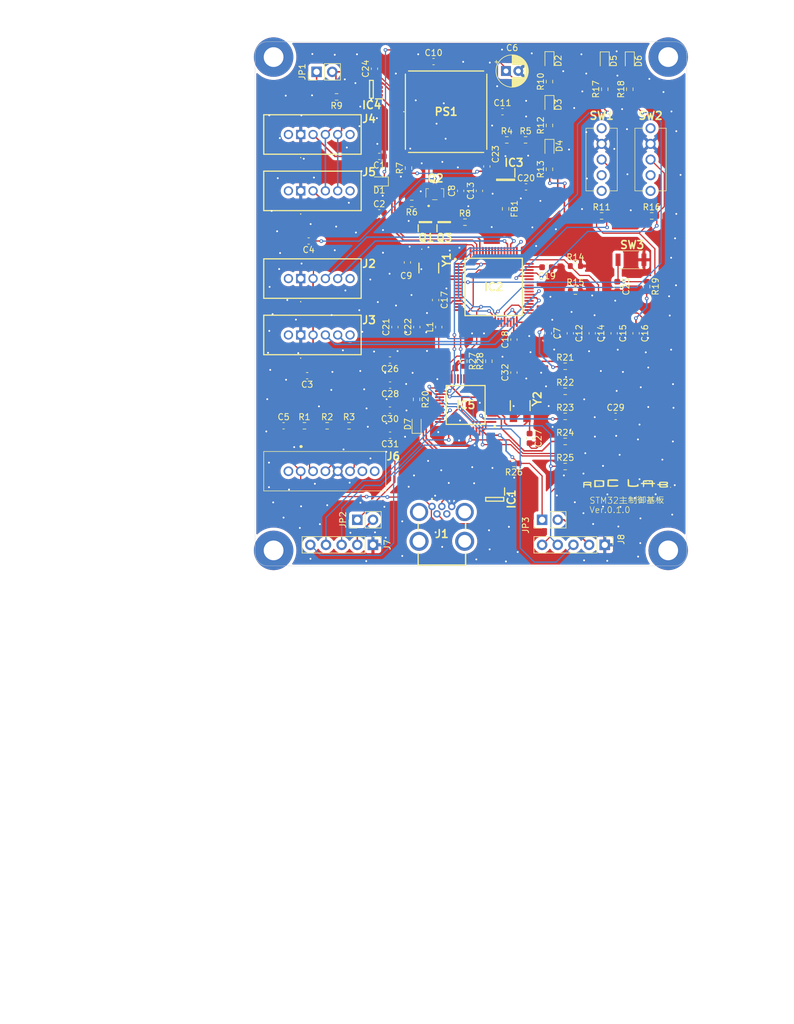
<source format=kicad_pcb>
(kicad_pcb (version 20221018) (generator pcbnew)
  (layers (0 "F.Cu" signal) (31 "B.Cu" signal) (34 "B.Paste" user) (35 "F.Paste" user) (36 "B.SilkS" user "B.Silkscreen") (37 "F.SilkS" user "F.Silkscreen") (38 "B.Mask" user) (39 "F.Mask" user) (44 "Edge.Cuts" user))
  (net 0 "")
  (net 1 "GND")
  (net 2 "Net-(D1-A)")
  (net 3 "+5V")
  (net 4 "+12V")
  (net 5 "+3.3V")
  (net 6 "/OSC_IN")
  (net 7 "+5VP")
  (net 8 "/OSC_OUT")
  (net 9 "Net-(IC2-VCAP_1)")
  (net 10 "Net-(IC2-VCAP_2)")
  (net 11 "+3.3VA")
  (net 12 "/NRST")
  (net 13 "/stlink/OSC_IN")
  (net 14 "Net-(IC5-NRST)")
  (net 15 "/stlink/OSC_OUT")
  (net 16 "Net-(D2-A)")
  (net 17 "Net-(D3-A)")
  (net 18 "Net-(D4-A)")
  (net 19 "Net-(D5-A)")
  (net 20 "Net-(D6-A)")
  (net 21 "Net-(D7-A)")
  (net 22 "Net-(IC3-VIN)")
  (net 23 "/USB_D+")
  (net 24 "/USB_D-")
  (net 25 "/USBCON_D-")
  (net 26 "/USBCON_D+")
  (net 41 "/PC4")
  (net 42 "/PC5")
  (net 45 "/BOOT1")
  (net 52 "/USART1_TX")
  (net 53 "/USART1_RX")
  (net 59 "/PA11")
  (net 60 "/PA12")
  (net 61 "DIO_")
  (net 63 "/USART0_TX")
  (net 64 "/USART0_RX")
  (net 66 "/PD2")
  (net 70 "/BOOT0")
  (net 71 "/CAN0_RX")
  (net 72 "/CAN0_TX")
  (net 73 "/CAN0_L")
  (net 74 "/CAN0_H")
  (net 75 "Net-(IC5-PC13-TAMPER-RTC)")
  (net 76 "Net-(IC5-PC14-OSC32_IN)")
  (net 78 "Net-(IC5-PA0-WKUP)")
  (net 80 "/stlink/T_TX")
  (net 81 "/stlink/T_RX")
  (net 86 "/stlink/T_RST")
  (net 91 "Net-(IC5-PB12)")
  (net 94 "/stlink/LED")
  (net 95 "/stlink/T_SWO")
  (net 96 "/stlink/RENUM")
  (net 102 "/stlink/BOOT0")
  (net 118 "Net-(J6-Pad2)")
  (net 119 "Net-(J6-Pad3)")
  (net 120 "Net-(J6-Pad5)")
  (net 121 "/PC0")
  (net 124 "Net-(J7-Pin_2)")
  (net 125 "Net-(JP1-A)")
  (net 126 "Net-(PS1-TRIM)")
  (net 129 "Net-(PS1-POWER_GOOD_OUT)")
  (net 132 "Net-(Q1-B)")
  (net 133 "Net-(Q2-G)")
  (net 134 "/SCK")
  (net 135 "/MOSI")
  (net 136 "/MISO")
  (net 137 "Net-(R4-Pad2)")
  (net 144 "/stlink/DIO")
  (net 145 "CLK_")
  (net 146 "Net-(J8-Pin_2)")
  (net 147 "/stlink/CLK")
  (footprint "Resistor_SMD:R_0603_1608Metric" (layer "F.Cu") (at 61.976 88.392 180)
    (fp_text reference "R26")
    (fp_text value "1.5k")
  )
  (footprint "my_pretty:MMBT3906WT1G" (layer "F.Cu") (at 47.626 49.26 90)
    (fp_text reference "Q1")
    (fp_text value "PNP" hide)
  )
  (footprint "Capacitor_SMD:C_0603_1608Metric" (layer "F.Cu") (at 74.676 67.297 -90)
    (fp_text reference "C14")
    (fp_text value "0.1u")
  )
  (footprint "Diode_SMD:D_0603_1608Metric" (layer "F.Cu") (at 46.192 82.0315 90)
    (fp_text reference "D7")
    (fp_text value "LED")
  )
  (footprint "Capacitor_SMD:C_0603_1608Metric" (layer "F.Cu") (at 57.58215 40.237589 -90)
    (fp_text reference "C23")
    (fp_text value "1u")
  )
  (footprint "Resistor_SMD:R_0603_1608Metric" (layer "F.Cu") (at 53.848 71.819 -90)
    (fp_text reference "R27")
    (fp_text value "4.7k")
  )
  (footprint "my_pretty:SKRKAEE020" (layer "F.Cu") (at 80.963 55.372)
    (fp_text reference "SW3")
    (fp_text value "SKRKAEE020" hide)
  )
  (footprint "Resistor_SMD:R_0603_1608Metric" (layer "F.Cu") (at 71.945 60.452)
    (fp_text reference "R15")
    (fp_text value "10k")
  )
  (footprint "Connector_PinHeader_2.54mm:PinHeader_1x02_P2.54mm_Vertical" (layer "F.Cu") (at 29.972 24.892 90)
    (fp_text reference "JP1")
    (fp_text value "Jumper_2_Open" hide)
  )
  (footprint "Diode_SMD:D_0603_1608Metric" (layer "F.Cu") (at 40.132 42.672 180)
    (fp_text reference "D1")
    (fp_text value "D")
  )
  (footprint "my_pretty:USBLC6-2SC6" (layer "F.Cu") (at 58.862 94.214 -90)
    (fp_text reference "IC1")
    (fp_text value "USBLC6-2SC6" hide)
  )
  (footprint "Resistor_SMD:R_0603_1608Metric" (layer "F.Cu") (at 28.005 82.296)
    (fp_text reference "R1")
    (fp_text value "330")
  )
  (footprint "MountingHole:MountingHole_3.2mm_M3_Pad" (layer "F.Cu") (at 23 102.5)
    (fp_text reference "REF**" hide)
    (fp_text value "MountingHole_3.2mm_M3_Pad" hide)
  )
  (footprint "Resistor_SMD:R_0603_1608Metric" (layer "F.Cu") (at 57.912 71.819 90)
    (fp_text reference "R28")
    (fp_text value "4.7k")
  )
  (footprint "Capacitor_SMD:C_0603_1608Metric" (layer "F.Cu") (at 61.976 68.313 90)
    (fp_text reference "C18")
    (fp_text value "2.2u")
  )
  (footprint "Resistor_SMD:R_0603_1608Metric" (layer "F.Cu") (at 80.772 27.7115 90)
    (fp_text reference "R18")
    (fp_text value "330")
  )
  (footprint "my_pretty:MCP1703AT-3302E_CB" (layer "F.Cu") (at 60.63015 42.402589 -90)
    (fp_text reference "IC3")
    (fp_text value "MCP1703AT-3302E_CB" hide)
  )
  (footprint "Capacitor_SMD:C_0603_1608Metric" (layer "F.Cu") (at 81.788 67.297 -90)
    (fp_text reference "C16")
    (fp_text value "0.1u")
  )
  (footprint "Capacitor_SMD:C_0603_1608Metric" (layer "F.Cu") (at 61.976 73.66 90)
    (fp_text reference "C32")
    (fp_text value "20p")
  )
  (footprint "Capacitor_SMD:C_0603_1608Metric" (layer "F.Cu") (at 49.276 61.8992 -90)
    (fp_text reference "C17")
    (fp_text value "20p")
  )
  (footprint "Capacitor_SMD:C_0603_1608Metric" (layer "F.Cu") (at 46.228 66.281 90)
    (fp_text reference "C22")
    (fp_text value "100n")
  )
  (footprint "Capacitor_SMD:C_0603_1608Metric" (layer "F.Cu") (at 40.132 38.608 180)
    (fp_text reference "C1")
    (fp_text value "0.1u")
  )
  (footprint "Capacitor_SMD:C_0603_1608Metric" (layer "F.Cu") (at 67.564 67.297 -90)
    (fp_text reference "C7")
    (fp_text value "4.7u")
  )
  (footprint "Resistor_SMD:R_0603_1608Metric" (layer "F.Cu") (at 67.74215 33.583589 90)
    (fp_text reference "R12")
    (fp_text value "500")
  )
  (footprint "Resistor_SMD:R_0603_1608Metric" (layer "F.Cu") (at 70.295 72.644)
    (fp_text reference "R21")
    (fp_text value "100k")
  )
  (footprint "my_pretty:XN2D1471" (layer "F.Cu") (at 27.4 35.052)
    (fp_text reference "J4")
    (fp_text value "XN2D-1471" hide)
  )
  (footprint "Capacitor_SMD:C_0603_1608Metric" (layer "F.Cu") (at 28.689 52.324 180)
    (fp_text reference "C4")
    (fp_text value "0.1u")
  )
  (footprint "Resistor_SMD:R_0603_1608Metric" (layer "F.Cu") (at 70.295 76.708)
    (fp_text reference "R22")
    (fp_text value "100k")
  )
  (footprint "Capacitor_SMD:C_0603_1608Metric" (layer "F.Cu") (at 56.388 44.196 90)
    (fp_text reference "C13")
    (fp_text value "0.1u")
  )
  (footprint "Capacitor_SMD:C_0603_1608Metric" (layer "F.Cu") (at 60.12215 31.360589)
    (fp_text reference "C11")
    (fp_text value "10u")
  )
  (footprint "Connector_PinHeader_2.54mm:PinHeader_1x05_P2.54mm_Vertical" (layer "F.Cu") (at 39.116 101.6 -90)
    (fp_text reference "J7")
    (fp_text value "Conn_01x05_Pin" hide)
  )
  (footprint "Capacitor_SMD:C_0603_1608Metric" (layer "F.Cu") (at 78.232 67.297 -90)
    (fp_text reference "C15")
    (fp_text value "0.1u")
  )
  (footprint "Resistor_SMD:R_0603_1608Metric" (layer "F.Cu") (at 83.503 59.703 -90)
    (fp_text reference "R19")
    (fp_text value "10k")
  )
  (footprint "my_pretty:XN2D1671" (layer "F.Cu") (at 27.4 89.662)
    (fp_text reference "J6")
    (fp_text value "XN2D-1671" hide)
  )
  (footprint "Capacitor_SMD:C_0603_1608Metric" (layer "F.Cu") (at 41.871 79.756 180)
    (fp_text reference "C30")
    (fp_text value "0.1u")
  )
  (footprint "Resistor_SMD:R_0603_1608Metric" (layer "F.Cu") (at 70.295 80.772)
    (fp_text reference "R23")
    (fp_text value "10k")
  )
  (footprint "Resistor_SMD:R_0603_1608Metric" (layer "F.Cu") (at 76.708 27.7115 90)
    (fp_text reference "R17")
    (fp_text value "330")
  )
  (footprint "Resistor_SMD:R_0603_1608Metric" (layer "F.Cu") (at 60.82115 35.932589)
    (fp_text reference "R4")
    (fp_text value "1k")
  )
  (footprint "Connector_PinHeader_2.54mm:PinHeader_1x02_P2.54mm_Vertical" (layer "F.Cu") (at 36.576 97.536 90)
    (fp_text reference "JP2")
    (fp_text value "Jumper_2_Open" hide)
  )
  (footprint "Capacitor_SMD:C_0603_1608Metric" (layer "F.Cu") (at 53.34 44.196 90)
    (fp_text reference "C8")
    (fp_text value "4.7u")
  )
  (footprint "Resistor_SMD:R_0603_1608Metric" (layer "F.Cu") (at 44.88215 40.504589 90)
    (fp_text reference "R7")
    (fp_text value "100k")
  )
  (footprint "Capacitor_SMD:C_0603_1608Metric" (layer "F.Cu") (at 41.897 83.82 180)
    (fp_text reference "C31")
    (fp_text value "0.1u")
  )
  (footprint "Resistor_SMD:R_0603_1608Metric" (layer "F.Cu") (at 76.2 48.26)
    (fp_text reference "R11")
    (fp_text value "10k")
  )
  (footprint "Resistor_SMD:R_0603_1608Metric" (layer "F.Cu") (at 71.945 56.388)
    (fp_text reference "R14")
    (fp_text value "10k")
  )
  (footprint "Capacitor_SMD:C_0603_1608Metric" (layer "F.Cu") (at 67.323 56.5782 180)
    (fp_text reference "C19")
    (fp_text value "2.2u")
  )
  (footprint "Diode_SMD:D_0603_1608Metric" (layer "F.Cu") (at 80.772 23.1395 -90)
    (fp_text reference "D6")
    (fp_text value "LED")
  )
  (footprint "Capacitor_SMD:C_0603_1608Metric" (layer "F.Cu") (at 40.132 47.752)
    (fp_text reference "C2")
    (fp_text value "0.1u")
  )
  (footprint "Capacitor_SMD:C_0603_1608Metric" (layer "F.Cu") (at 71.12 67.297 -90)
    (fp_text reference "C12")
    (fp_text value "0.1u")
  )
  (footprint "Capacitor_SMD:C_0603_1608Metric" (layer "F.Cu") (at 64.516 84.328 -90)
    (fp_text reference "C27")
    (fp_text value "20p")
  )
  (footprint "Connector_PinHeader_2.54mm:PinHeader_1x02_P2.54mm_Vertical" (layer "F.Cu") (at 66.548 97.536 90)
    (fp_text reference "JP3")
    (fp_text value "Jumper_2_Open" hide)
  )
  (footprint "my_pretty:XN2D1471" (layer "F.Cu") (at 27.4 67.564)
    (fp_text reference "J3")
    (fp_text value "XN2D-1471" hide)
  )
  (footprint "my_pretty:XVHCELNANF" (layer "F.Cu") (at 48.176 56.7102 -90)
    (fp_text reference "Y1")
    (fp_text value "XVHCELNANF" hide)
  )
  (footprint "my_pretty:2MS1T1B4VS2QES" (layer "F.Cu") (at 84.137 36.576)
    (fp_text reference "SW2")
    (fp_text value "2MS1T1B4VS2QES" hide)
  )
  (footprint "Diode_SMD:D_0603_1608Metric" (layer "F.Cu") (at 67.74215 23.106589 -90)
    (fp_text reference "D2")
    (fp_text value "LED")
  )
  (footprint "Capacitor_SMD:C_0603_1608Metric" (layer "F.Cu") (at 24.625 82.296)
    (fp_text reference "C5")
    (fp_text value "0.1u")
  )
  (footprint "my_pretty:XN2D1471" (layer "F.Cu") (at 27.4 58.42)
    (fp_text reference "J2")
    (fp_text value "XN2D-1471" hide)
  )
  (footprint "MountingHole:MountingHole_3.2mm_M3_Pad" (layer "F.Cu") (at 87 22.5)
    (fp_text reference "REF**" hide)
    (fp_text value "MountingHole_3.2mm_M3_Pad" hide)
  )
  (footprint "Resistor_SMD:R_0603_1608Metric" (layer "F.Cu") (at 60.63015 47.108589 -90)
    (fp_text reference "FB1")
    (fp_text value "100R")
  )
  (footprint "Capacitor_SMD:C_0603_1608Metric" (layer "F.Cu") (at 48.94615 23.232589)
    (fp_text reference "C10")
    (fp_text value "22u")
  )
  (footprint "Capacitor_SMD:C_0603_1608Metric" (layer "F.Cu") (at 41.871 71.628 180)
    (fp_text reference "C26")
    (fp_text value "0.1u")
  )
  (footprint "Resistor_SMD:R_0603_1608Metric" (layer "F.Cu") (at 84.328 48.26)
    (fp_text reference "R16")
    (fp_text value "10k")
  )
  (footprint "Inductor_SMD:L_0603_1608Metric" (layer "F.Cu") (at 49.784 66.281 90)
    (fp_text reference "L1")
    (fp_text value "27n")
  )
  (footprint "my_pretty:2MS1T1B4VS2QES" (layer "F.Cu") (at 76.2 36.576)
    (fp_text reference "SW1")
    (fp_text value "2MS1T1B4VS2QES" hide)
  )
  (footprint "my_pretty:STM32F103CBT6" (layer "F.Cu") (at 54.146 78.914 180)
    (fp_text reference "IC5")
    (fp_text value "STM32F103CBT6" hide)
  )
  (footprint "Capacitor_SMD:C_0603_1608Metric" (layer "F.Cu") (at 28.448 74.168 180)
    (fp_text reference "C3")
    (fp_text value "0.1u")
  )
  (footprint "Capacitor_THT:CP_Radial_D5.0mm_P2.00mm" (layer "F.Cu") (at 60.691038 24.756589)
    (fp_text reference "C6")
    (fp_text value "100u")
  )
  (footprint "Diode_SMD:D_0603_1608Metric" (layer "F.Cu") (at 67.74215 30.218589 -90)
    (fp_text reference "D3")
    (fp_text value "LED")
  )
  (footprint "my_pretty:XN2D1471" (layer "F.Cu") (at 27.4 44.196)
    (fp_text reference "J5")
    (fp_text value "XN2D-1471" hide)
  )
  (footprint "Resistor_SMD:R_0603_1608Metric" (layer "F.Cu") (at 67.74215 26.471589 90)
    (fp_text reference "R10")
    (fp_text value "1k")
  )
  (footprint "Resistor_SMD:R_0603_1608Metric" (layer "F.Cu") (at 67.74215 40.695589 90)
    (fp_text reference "R13")
    (fp_text value "330")
  )
  (footprint "Resistor_SMD:R_0603_1608Metric" (layer "F.Cu") (at 33.211 28.956 180)
    (fp_text reference "R9")
    (fp_text value "120")
  )
  (footprint "Resistor_SMD:R_0603_1608Metric" (layer "F.Cu") (at 54.039 49.276)
    (fp_text reference "R8")
    (fp_text value "10k")
  )
  (footprint "Diode_SMD:D_0603_1608Metric" (layer "F.Cu") (at 67.74215 37.330589 -90)
    (fp_text reference "D4")
    (fp_text value "LED")
  )
  (footprint "my_pretty:STM32F405RGT6TR" (layer "F.Cu") (at 58.694 59.7762)
    (fp_text reference "IC2")
    (fp_text value "STM32F405RGT6TR" hide)
  )
  (footprint "Connector_PinHeader_2.54mm:PinHeader_1x05_P2.54mm_Vertical" (layer "F.Cu") (at 76.708 101.6 -90)
    (fp_text reference "J8")
    (fp_text value "Conn_01x05_Pin" hide)
  )
  (footprint "Resistor_SMD:R_0603_1608Metric" (layer "F.Cu") (at 45.403 46.228 180)
    (fp_text reference "R6")
    (fp_text value "10k")
  )
  (footprint "Resistor_SMD:R_0603_1608Metric" (layer "F.Cu") (at 31.687 82.296)
    (fp_text reference "R2")
    (fp_text value "330")
  )
  (footprint "Diode_SMD:D_0603_1608Metric" (layer "F.Cu") (at 76.708 23.1395 -90)
    (fp_text reference "D5")
    (fp_text value "LED")
  )
  (footprint "MountingHole:MountingHole_3.2mm_M3_Pad" (layer "F.Cu") (at 23 22.5)
    (fp_text reference "REF**" hide)
    (fp_text value "MountingHole_3.2mm_M3_Pad" hide)
  )
  (footprint "Capacitor_SMD:C_0603_1608Metric" (layer "F.Cu") (at 39.357 24.384 90)
    (fp_text reference "C24")
    (fp_text value "0.1u")
  )
  (footprint "my_pretty:OKLT6W12NC" (layer "F.Cu") (at 50.97815 31.360589)
    (fp_text reference "PS1")
    (fp_text value "OKL-T_6-W12N-C" hide)
  )
  (footprint "my_pretty:MMBT3906WT1G" (layer "F.Cu") (at 50.674 49.26 90)
    (fp_text reference "Q3")
    (fp_text value "PNP" hide)
  )
  (footprint "Resistor_SMD:R_0603_1608Metric" (layer "F.Cu") (at 63.86915 35.932589)
    (fp_text reference "R5")
    (fp_text value "340")
  )
  (footprint "my_pretty:XVHCELNANF" (layer "F.Cu") (at 62.992 79.033 90)
    (fp_text reference "Y2")
    (fp_text value "XVHCELNANF" hide)
  )
  (footprint "Capacitor_SMD:C_0603_1608Metric" (layer "F.Cu") (at 44.704 55.8032 -90)
    (fp_text reference "C9")
    (fp_text value "20p")
  )
  (footprint "my_pretty:MAX3051EKA+T" (layer "F.Cu") (at 38.862 27.727 180)
    (fp_text reference "IC4")
    (fp_text value "MAX3051EKA+T" hide)
  )
  (footprint "Resistor_SMD:R_0603_1608Metric" (layer "F.Cu") (at 35.243 82.296)
    (fp_text reference "R3")
    (fp_text value "330")
  )
  (footprint "Resistor_SMD:R_0603_1608Metric" (layer "F.Cu") (at 70.295 84.836)
    (fp_text reference "R24")
    (fp_text value "0")
  )
  (footprint "Resistor_SMD:R_0603_1608Metric" (layer "F.Cu") (at 70.295 88.9)
    (fp_text reference "R25")
    (fp_text value "100")
  )
  (footprint "Capacitor_SMD:C_0603_1608Metric" (layer "F.Cu") (at 41.897 75.692 180)
    (fp_text reference "C28")
    (fp_text value "0.1u")
  )
  (footprint "my_pretty:SSM3J332RLFT" (layer "F.Cu") (at 49.15 44.738)
    (fp_text reference "Q2")
    (fp_text value "PMOS" hide)
  )
  (footprint "MountingHole:MountingHole_3.2mm_M3_Pad" (layer "F.Cu") (at 87 102.5)
    (fp_text reference "REF**" hide)
    (fp_text value "MountingHole_3.2mm_M3_Pad" hide)
  )
  (footprint "logo_pretty:rdclab_small" (layer "F.Cu") (at 80.264 91.948)
    (fp_text reference "G***" hide)
    (fp_text value "LOGO" hide)
  )
  (footprint "Capacitor_SMD:C_0603_1608Metric" (layer "F.Cu") (at 78.74 59.703 -90)
    (fp_text reference "C25")
    (fp_text value "0.1u")
  )
  (footprint "Capacitor_SMD:C_0603_1608Metric" (layer "F.Cu") (at 42.672 66.281 90)
    (fp_text reference "C21")
    (fp_text value "1u")
  )
  (footprint "Capacitor_SMD:C_0603_1608Metric" (layer "F.Cu") (at 63.94515 43.552589)
    (fp_text reference "C20")
    (fp_text value "1u")
  )
  (footprint "Resistor_SMD:R_0603_1608Metric" (layer "F.Cu") (at 46.192 78.005 -90)
    (fp_text reference "R20")
    (fp_text value "330")
  )
  (footprint "my_pretty:MUSB5BF01AS" (layer "F.Cu") (at 50.292 95.377)
    (fp_text reference "J1")
    (fp_text value "MUSB-5BF01AS" hide)
  )
  (footprint "Capacitor_SMD:C_0603_1608Metric" (layer "F.Cu") (at 78.473 80.772)
    (fp_text reference "C29")
    (fp_text value "0.1u")
  )
  (gr_line (start 90 103) (end 90 22) (stroke (width 0.05)) (layer "Edge.Cuts"))
  (gr_arc (start 90 103) (mid 89.414214 104.414214) (end 88 105) (stroke (width 0.05)) (layer "Edge.Cuts"))
  (gr_line (start 22 20) (end 88 20) (stroke (width 0.05)) (layer "Edge.Cuts"))
  (gr_arc (start 88 20) (mid 89.414214 20.585786) (end 90 22) (stroke (width 0.05)) (layer "Edge.Cuts"))
  (gr_line (start 20 103) (end 20 22) (stroke (width 0.05)) (layer "Edge.Cuts"))
  (gr_arc (start 22 105) (mid 20.585786 104.414214) (end 20 103) (stroke (width 0.05)) (layer "Edge.Cuts"))
  (gr_line (start 22 105) (end 88 105) (stroke (width 0.05)) (layer "Edge.Cuts"))
  (gr_arc (start 20 22) (mid 20.585786 20.585786) (end 22 20) (stroke (width 0.05)) (layer "Edge.Cuts"))
  (gr_text "STM32主制御基板" (at 74.168 94.996) (layer "F.SilkS") (effects (font (size 1 1) (thickness 0.1)) (justify left bottom)))
  (gr_text "Ver.0.1.0" (at 74.168 96.52) (layer "F.SilkS") (effects (font (size 1 1) (thickness 0.1)) (justify left bottom)))
  (segment (start 52.956 61.5262) (end 51.3662 61.5262) (width 0.2) (layer "F.Cu") (net 1))
  (segment (start 56.1716 82.089) (end 53.9204 82.089) (width 0.2) (layer "F.Cu") (net 1))
  (segment (start 36.2712 26.7208) (end 36.2516 26.752) (width 0.2) (layer "F.Cu") (net 1))
  (segment (start 55.3974 71.7042) (end 55.4228 71.7296) (width 0.2) (layer "F.Cu") (net 1))
  (segment (start 53.2384 81.407) (end 53.2892 81.4578) (width 0.2) (layer "F.Cu") (net 1))
  (segment (start 55.151164 52.9336) (end 53.7464 52.9336) (width 0.2) (layer "F.Cu") (net 1))
  (segment (start 49.096236 81.164) (end 48.7934 81.466836) (width 0.2) (layer "F.Cu") (net 1))
  (segment (start 53.2638 81.4324) (end 53.2384 81.4324) (width 0.2) (layer "F.Cu") (net 1))
  (segment (start 53.2384 81.4324) (end 53.2384 81.407) (width 0.2) (layer "F.Cu") (net 1))
  (segment (start 48.7934 81.466836) (end 48.7934 82.9056) (width 0.2) (layer "F.Cu") (net 1))
  (segment (start 61.892 80.933) (end 62.5008 80.933) (width 0.2) (layer "F.Cu") (net 1))
  (segment (start 56.396 83.152) (end 56.396 82.3134) (width 0.2) (layer "F.Cu") (net 1))
  (segment (start 38.8874 28.6766) (end 38.8366 29.4132) (width 0.2) (layer "F.Cu") (net 1))
  (segment (start 55.444 65.5142) (end 55.444 67.0094) (width 0.2) (layer "F.Cu") (net 1))
  (segment (start 64.516 85.103) (end 64.516 85.6302) (width 0.2) (layer "F.Cu") (net 1))
  (segment (start 56.4388 78.5622) (end 56.4134 78.5622) (width 0.2) (layer "F.Cu") (net 1))
  (segment (start 63.0936 80.3402) (end 63.0936 79.4258) (width 0.2) (layer "F.Cu") (net 1))
  (segment (start 58.862 92.964) (end 58.862 93.564) (width 0.2) (layer "F.Cu") (net 1))
  (segment (start 55.1434 67.31) (end 55.1942 67.2592) (width 0.2) (layer "F.Cu") (net 1))
  (segment (start 55.444 53.226436) (end 55.151164 52.9336) (width 0.2) (layer "F.Cu") (net 1))
  (segment (start 56.396 82.3134) (end 56.1716 82.089) (width 0.2) (layer "F.Cu") (net 1))
  (segment (start 56.8534 78.164) (end 56.8452 78.1558) (width 0.2) (layer "F.Cu") (net 1))
  (segment (start 49.1998 83.312) (end 49.7078 83.312) (width 0.2) (layer "F.Cu") (net 1))
  (segment (start 55.444 54.0382) (end 55.444 53.226436) (width 0.2) (layer "F.Cu") (net 1))
  (segment (start 55.1942 67.2592) (end 55.1942 67.31) (width 0.2) (layer "F.Cu") (net 1))
  (segment (start 51.896 73.413894) (end 53.605694 71.7042) (width 0.2) (layer "F.Cu") (net 1))
  (segment (start 55.444 67.0094) (end 55.1942 67.2592) (width 0.2) (layer "F.Cu") (net 1))
  (segment (start 37.612 28.702) (end 36.4236 28.702) (width 0.2) (layer "F.Cu") (net 1))
  (segment (start 56.4388 78.5368) (end 56.4388 78.5622) (width 0.2) (layer "F.Cu") (net 1))
  (segment (start 61.5586 93.864) (end 61.6966 93.726) (width 0.2) (layer "F.Cu") (net 1))
  (segment (start 53.9204 82.089) (end 53.2638 81.4324) (width 0.2) (layer "F.Cu") (net 1))
  (segment (start 49.908 81.164) (end 49.096236 81.164) (width 0.2) (layer "F.Cu") (net 1))
  (segment (start 64.8208 85.935) (end 65.6268 85.935) (width 0.2) (layer "F.Cu") (net 1))
  (segment (start 56.8116 78.164) (end 56.4388 78.5368) (width 0.2) (layer "F.Cu") (net 1))
  (segment (start 55.1942 67.31) (end 55.1434 67.31) (width 0.2) (layer "F.Cu") (net 1))
  (segment (start 48.7934 82.9056) (end 49.1998 83.312) (width 0.2) (layer "F.Cu") (net 1))
  (segment (start 56.4134 78.5622) (end 56.4388 78.5368) (width 0.2) (layer "F.Cu") (net 1))
  (segment (start 51.896 74.676) (end 51.896 73.413894) (width 0.2) (layer "F.Cu") (net 1))
  (segment (start 59.162 93.864) (end 61.5586 93.864) (width 0.2) (layer "F.Cu") (net 1))
  (segment (start 65.6268 85.935) (end 66.0146 85.5472) (width 0.2) (layer "F.Cu") (net 1))
  (segment (start 37.612 26.752) (end 36.2712 26.7208) (width 0.2) (layer "F.Cu") (net 1))
  (segment (start 61.976 72.9488) (end 63.0174 73.9902) (width 0.2) (layer "F.Cu") (net 1))
  (segment (start 56.8534 78.164) (end 56.8116 78.164) (width 0.2) (layer "F.Cu") (net 1))
  (segment (start 62.5008 80.933) (end 63.0936 80.3402) (width 0.2) (layer "F.Cu") (net 1))
  (segment (start 64.516 85.6302) (end 64.8208 85.935) (width 0.2) (layer "F.Cu") (net 1))
  (segment (start 40.112 28.052) (end 39.512 28.052) (width 0.2) (layer "F.Cu") (net 1))
  (segment (start 39.512 28.052) (end 38.8874 28.6766) (width 0.2) (layer "F.Cu") (net 1))
  (segment (start 58.384 78.164) (end 56.8534 78.164) (width 0.2) (layer "F.Cu") (net 1))
  (segment (start 58.862 93.564) (end 59.162 93.864) (width 0.2) (layer "F.Cu") (net 1))
  (segment (start 61.976 72.885) (end 61.976 72.9488) (width 0.2) (layer "F.Cu") (net 1))
  (segment (start 53.605694 71.7042) (end 55.3974 71.7042) (width 0.2) (layer "F.Cu") (net 1))
  (segment (start 38.8366 29.4132) (end 38.8874 29.337) (width 0.2) (layer "F.Cu") (net 1))
  (via (at 50.9016 35.7378) (size 0.6) (drill 0.3) (layers "F.Cu" "B.Cu") (net 1))
  (via (at 39.2938 70.2564) (size 0.6) (drill 0.3) (layers "F.Cu" "B.Cu") (net 1))
  (via (at 44.5008 67.1322) (size 0.6) (drill 0.3) (layers "F.Cu" "B.Cu") (net 1))
  (via (at 64.4652 67.7418) (size 0.6) (drill 0.3) (layers "F.Cu" "B.Cu") (net 1))
  (via (at 62.5856 102.7684) (size 0.6) (drill 0.3) (layers "F.Cu" "B.Cu") (net 1))
  (via (at 44.5008 75.5142) (size 0.6) (drill 0.3) (layers "F.Cu" "B.Cu") (net 1))
  (via (at 27.2542 98.8568) (size 0.6) (drill 0.3) (layers "F.Cu" "B.Cu") (net 1))
  (via (at 76.4286 95.4024) (size 0.6) (drill 0.3) (layers "F.Cu" "B.Cu") (net 1))
  (via (at 55.88 103.9622) (size 0.6) (drill 0.3) (layers "F.Cu" "B.Cu") (net 1))
  (via (at 76.6572 67.9958) (size 0.6) (drill 0.3) (layers "F.Cu" "B.Cu") (net 1))
  (via (at 25.019 74.8284) (size 0.6) (drill 0.3) (layers "F.Cu" "B.Cu") (net 1))
  (via (at 63.9572 29.591) (size 0.6) (drill 0.3) (layers "F.Cu" "B.Cu") (net 1))
  (via (at 35.3314 91.5162) (size 0.6) (drill 0.3) (layers "F.Cu" "B.Cu") (net 1))
  (via (at 87.4776 55.0418) (size 0.6) (drill 0.3) (layers "F.Cu" "B.Cu") (net 1))
  (via (at 23.5712 50.7492) (size 0.6) (drill 0.3) (layers "F.Cu" "B.Cu") (net 1))
  (via (at 72.9488 67.9196) (size 0.6) (drill 0.3) (layers "F.Cu" "B.Cu") (net 1))
  (via (at 39.8272 36.576) (size 0.6) (drill 0.3) (layers "F.Cu" "B.Cu") (net 1))
  (via (at 87.4776 69.9516) (size 0.6) (drill 0.3) (layers "F.Cu" "B.Cu") (net 1))
  (via (at 55.5244 91.6178) (size 0.6) (drill 0.3) (layers "F.Cu" "B.Cu") (net 1))
  (via (at 77.1398 93.4212) (size 0.6) (drill 0.3) (layers "F.Cu" "B.Cu") (net 1))
  (via (at 49.1998 93.6244) (size 0.6) (drill 0.3) (layers "F.Cu" "B.Cu") (net 1))
  (via (at 60.6806 104.2924) (size 0.6) (drill 0.3) (layers "F.Cu" "B.Cu") (net 1))
  (via (at 45.1612 37.338) (size 0.6) (drill 0.3) (layers "F.Cu" "B.Cu") (net 1))
  (via (at 58.4454 33.6042) (size 0.6) (drill 0.3) (layers "F.Cu" "B.Cu") (net 1))
  (via (at 87.7824 75.5396) (size 0.6) (drill 0.3) (layers "F.Cu" "B.Cu") (net 1))
  (via (at 73.3552 104.1146) (size 0.6) (drill 0.3) (layers "F.Cu" "B.Cu") (net 1))
  (via (at 42.8498 62.7888) (size 0.6) (drill 0.3) (layers "F.Cu" "B.Cu") (net 1))
  (via (at 45.0596 53.2384) (size 0.6) (drill 0.3) (layers "F.Cu" "B.Cu") (net 1))
  (via (at 67.6148 79.0956) (size 0.6) (drill 0.3) (layers "F.Cu" "B.Cu") (net 1))
  (via (at 73.8124 42.1894) (size 0.6) (drill 0.3) (layers "F.Cu" "B.Cu") (net 1))
  (via (at 38.8366 29.4132) (size 0.6) (drill 0.3) (layers "F.Cu" "B.Cu") (net 1))
  (via (at 26.3398 85.7504) (size 0.6) (drill 0.3) (layers "F.Cu" "B.Cu") (net 1))
  (via (at 73.2536 96.4692) (size 0.6) (drill 0.3) (layers "F.Cu" "B.Cu") (net 1))
  (via (at 69.977 24.7904) (size 0.6) (drill 0.3) (layers "F.Cu" "B.Cu") (net 1))
  (via (at 47.0154 39.7256) (size 0.6) (drill 0.3) (layers "F.Cu" "B.Cu") (net 1))
  (via (at 88.265 59.5122) (size 0.6) (drill 0.3) (layers "F.Cu" "B.Cu") (net 1))
  (via (at 82.55 76.0476) (size 0.6) (drill 0.3) (layers "F.Cu" "B.Cu") (net 1))
  (via (at 41.3258 77.978) (size 0.6) (drill 0.3) (layers "F.Cu" "B.Cu") (net 1))
  (via (at 22.4536 73.2282) (size 0.6) (drill 0.3) (layers "F.Cu" "B.Cu") (net 1))
  (via (at 29.6926 91.694) (size 0.6) (drill 0.3) (layers "F.Cu" "B.Cu") (net 1))
  (via (at 68.9356 93.599) (size 0.6) (drill 0.3) (layers "F.Cu" "B.Cu") (net 1))
  (via (at 68.199 65.1002) (size 0.6) (drill 0.3) (layers "F.Cu" "B.Cu") (net 1))
  (via (at 34.544 26.1112) (size 0.6) (drill 0.3) (layers "F.Cu" "B.Cu") (net 1))
  (via (at 46.0502 29.5148) (size 0.6) (drill 0.3) (layers "F.Cu" "B.Cu") (net 1))
  (via (at 83.3628 70.3834) (size 0.6) (drill 0.3) (layers "F.Cu" "B.Cu") (net 1))
  (via (at 73.0758 28.067) (size 0.6) (drill 0.3) (layers "F.Cu" "B.Cu") (net 1))
  (via (at 41.275 86.5124) (size 0.6) (drill 0.3) (layers "F.Cu" "B.Cu") (net 1))
  (via (at 53.1368 53.4162) (size 0.6) (drill 0.3) (layers "F.Cu" "B.Cu") (net 1))
  (via (at 73.2536 90.043) (size 0.6) (drill 0.3) (layers "F.Cu" "B.Cu") (net 1))
  (via (at 83.947 26.035) (size 0.6) (drill 0.3) (layers "F.Cu" "B.Cu") (net 1))
  (via (at 67.183 75.8952) (size 0.6) (drill 0.3) (layers "F.Cu" "B.Cu") (net 1))
  (via (at 70.9168 37.4904) (size 0.6) (drill 0.3) (layers "F.Cu" "B.Cu") (net 1))
  (via (at 47.752 67.1322) (size 0.6) (drill 0.3) (layers "F.Cu" "B.Cu") (net 1))
  (via (at 37.084 94.7674) (size 0.6) (drill 0.3) (layers "F.Cu" "B.Cu") (net 1))
  (via (at 42.8244 25.1714) (size 0.6) (drill 0.3) (layers "F.Cu" "B.Cu") (net 1))
  (via (at 37.2618 40.9956) (size 0.6) (drill 0.3) (layers "F.Cu" "B.Cu") (net 1))
  (via (at 74.676 61.1632) (size 0.6) (drill 0.3) (layers "F.Cu" "B.Cu") (net 1))
  (via (at 65.5828 53.1368) (size 0.6) (drill 0.3) (layers "F.Cu" "B.Cu") (net 1))
  (via (at 38.7096 87.5792) (size 0.6) (drill 0.3) (layers "F.Cu" "B.Cu") (net 1))
  (via (at 68.7832 50.419) (size 0.6) (drill 0.3) (layers "F.Cu" "B.Cu") (net 1))
  (via (at 28.9814 103.8606) (size 0.6) (drill 0.3) (layers "F.Cu" "B.Cu") (net 1))
  (via (at 32.9184 53.8226) (size 0.6) (drill 0.3) (layers "F.Cu" "B.Cu") (net 1))
  (via (at 22.2504 92.2528) (size 0.6) (drill 0.3) (layers "F.Cu" "B.Cu") (net 1))
  (via (at 78.4098 62.0014) (size 0.6) (drill 0.3) (layers "F.Cu" "B.Cu") (net 1))
  (via (at 89.0016 41.6052) (size 0.6) (drill 0.3) (layers "F.Cu" "B.Cu") (net 1))
  (via (at 63.9826 74.6252) (size 0.6) (drill 0.3) (layers "F.Cu" "B.Cu") (net 1))
  (via (at 60.6044 38.5572) (size 0.6) (drill 0.3) (layers "F.Cu" "B.Cu") (net 1))
  (via (at 22.9362 94.7166) (size 0.6) (drill 0.3) (layers "F.Cu" "B.Cu") (net 1))
  (via (at 87.8586 79.375) (size 0.6) (drill 0.3) (layers "F.Cu" "B.Cu") (net 1))
  (via (at 36.2712 26.7208) (size 0.6) (drill 0.3) (layers "F.Cu" "B.Cu") (net 1))
  (via (at 60.0456 21.2852) (size 0.6) (drill 0.3) (layers "F.Cu" "B.Cu") (net 1))
  (via (at 49.7078 83.312) (size 0.6) (drill 0.3) (layers "F.Cu" "B.Cu") (net 1))
  (via (at 58.4962 89.1286) (size 0.6) (drill 0.3) (layers "F.Cu" "B.Cu") (net 1))
  (via (at 80.3148 34.1884) (size 0.6) (drill 0.3) (layers "F.Cu" "B.Cu") (net 1))
  (via (at 56.4388 78.5622) (size 0.6) (drill 0.3) (layers "F.Cu" "B.Cu") (net 1))
  (via (at 51.562 53.8734) (size 0.6) (drill 0.3) (layers "F.Cu" "B.Cu") (net 1))
  (via (at 82.3468 90.9574) (size 0.6) (drill 0.3) (layers "F.Cu" "B.Cu") (net 1))
  (via (at 49.5554 74.7268) (size 0.6) (drill 0.3) (layers "F.Cu" "B.Cu") (net 1))
  (via (at 43.6372 41.8846) (size 0.6) (drill 0.3) (layers "F.Cu" "B.Cu") (net 1))
  (via (at 83.7438 68.0466) (size 0.6) (drill 0.3) (layers "F.Cu" "B.Cu") (net 1))
  (via (at 39.4462 99.568) (size 0.6) (drill 0.3) (layers "F.Cu" "B.Cu") (net 1))
  (via (at 68.5038 69.9262) (size 0.6) (drill 0.3) (layers "F.Cu" "B.Cu") (net 1))
  (via (at 45.5422 73.7108) (size 0.6) (drill 0.3) (layers "F.Cu" "B.Cu") (net 1))
  (via (at 61.9252 79.0956) (size 0.6) (drill 0.3) (layers "F.Cu" "B.Cu") (net 1))
  (via (at 26.6192 65.0748) (size 0.6) (drill 0.3) (layers "F.Cu" "B.Cu") (net 1))
  (via (at 50.5968 29.9974) (size 0.6) (drill 0.3) (layers "F.Cu" "B.Cu") (net 1))
  (via (at 72.9234 22.0472) (size 0.6) (drill 0.3) (layers "F.Cu" "B.Cu") (net 1))
  (via (at 84.963 93.3958) (size 0.6) (drill 0.3) (layers "F.Cu" "B.Cu") (net 1))
  (via (at 32.4104 64.3382) (size 0.6) (drill 0.3) (layers "F.Cu" "B.Cu") (net 1))
  (via (at 51.4096 44.0436) (size 0.6) (drill 0.3) (layers "F.Cu" "B.Cu") (net 1))
  (via (at 82.0928 84.5058) (size 0.6) (drill 0.3) (layers "F.Cu" "B.Cu") (net 1))
  (via (at 43.8658 103.4034) (size 0.6) (drill 0.3) (layers "F.Cu" "B.Cu") (net 1))
  (via (at 29.2862 21.9964) (size 0.6) (drill 0.3) (layers "F.Cu" "B.Cu") (net 1))
  (via (at 41.0972 73.7108) (size 0.6) (drill 0.3) (layers "F.Cu" "B.Cu") (net 1))
  (via (at 55.1942 67.31) (size 0.6) (drill 0.3) (layers "F.Cu" "B.Cu") (net 1))
  (via (at 54.5846 46.6852) (size 0.6) (drill 0.3) (layers "F.Cu" "B.Cu") (net 1))
  (via (at 87.5284 31.3182) (size 0.6) (drill 0.3) (layers "F.Cu" "B.Cu") (net 1))
  (via (at 36.9316 33.7058) (size 0.6) (drill 0.3) (layers "F.Cu" "B.Cu") (net 1))
  (via (at 33.147 49.9872) (size 0.6) (drill 0.3) (layers "F.Cu" "B.Cu") (net 1))
  (via (at 32.3596 76.4794) (size 0.6) (drill 0.3) (layers "F.Cu" "B.Cu") (net 1))
  (via (at 27.5336 55.9816) (size 0.6) (drill 0.3) (layers "F.Cu" "B.Cu") (net 1))
  (via (at 43.8658 97.79) (size 0.6) (drill 0.3) (layers "F.Cu" "B.Cu") (net 1))
  (via (at 60.1218 71.0946) (size 0.6) (drill 0.3) (layers "F.Cu" "B.Cu") (net 1))
  (via (at 22.3012 66.9036) (size 0.6) (drill 0.3) (layers "F.Cu" "B.Cu") (net 1))
  (via (at 21.971 77.978) (size 0.6) (drill 0.3) (layers "F.Cu" "B.Cu") (net 1))
  (via (at 55.2196 89.0016) (size 0.6) (drill 0.3) (layers "F.Cu" "B.Cu") (net 1))
  (via (at 22.6822 47.4472) (size 0.6) (drill 0.3) (layers "F.Cu" "B.Cu") (net 1))
  (via (at 35.2044 46.1264) (size 0.6) (drill 0.3) (layers "F.Cu" "B.Cu") (net 1))
  (via (at 88.1126 51.8922) (size 0.6) (drill 0.3) (layers "F.Cu" "B.Cu") (net 1))
  (via (at 38.2778 82.4484) (size 0.6) (drill 0.3) (layers "F.Cu" "B.Cu") (net 1))
  (via (at 53.2384 81.4324) (size 0.6) (drill 0.3) (layers "F.Cu" "B.Cu") (net 1))
  (via (at 64.6684 70.358) (size 0.6) (drill 0.3) (layers "F.Cu" "B.Cu") (net 1))
  (via (at 27.0002 70.5104) (size 0.6) (drill 0.3) (layers "F.Cu" "B.Cu") (net 1))
  (via (at 36.5252 22.0472) (size 0.6) (drill 0.3) (layers "F.Cu" "B.Cu") (net 1))
  (via (at 53.086 84.6582) (size 0.6) (drill 0.3) (layers "F.Cu" "B.Cu") (net 1))
  (via (at 40.9702 95.4278) (size 0.6) (drill 0.3) (layers "F.Cu" "B.Cu") (net 1))
  (via (at 59.2582 27.2288) (size 0.6) (drill 0.3) (layers "F.Cu" "B.Cu") (net 1))
  (via (at 71.755 30.7594) (size 0.6) (drill 0.3) (layers "F.Cu" "B.Cu") (net 1))
  (via (at 57.9374 99.2378) (size 0.6) (drill 0.3) (layers "F.Cu" "B.Cu") (net 1))
  (via (at 58.0644 23.3934) (size 0.6) (drill 0.3) (layers "F.Cu" "B.Cu") (net 1))
  (via (at 24.0538 54.2798) (size 0.6) (drill 0.3) (layers "F.Cu" "B.Cu") (net 1))
  (via (at 79.5274 30.9372) (size 0.6) (drill 0.3) (layers "F.Cu" "B.Cu") (net 1))
  (via (at 64.2874 38.481) (size 0.6) (drill 0.3) (layers "F.Cu" "B.Cu") (net 1))
  (via (at 82.4738 101.3206) (size 0.6) (drill 0.3) (layers "F.Cu" "B.Cu") (net 1))
  (via (at 46.9646 56.896) (size 0.6) (drill 0.3) (layers "F.Cu" "B.Cu") (net 1))
  (via (at 32.5374 73.5584) (size 0.6) (drill 0.3) (layers "F.Cu" "B.Cu") (net 1))
  (via (at 87.6554 96.6978) (size 0.6) (drill 0.3) (layers "F.Cu" "B.Cu") (net 1))
  (via (at 58.3692 50.0634) (size 0.6) (drill 0.3) (layers "F.Cu" "B.Cu") (net 1))
  (via (at 75.1078 84.0486) (size 0.6) (drill 0.3) (layers "F.Cu" "B.Cu") (net 1))
  (via (at 57.1246 67.31) (size 0.6) (drill 0.3) (layers "F.Cu" "B.Cu") (net 1))
  (via (at 44.9072 49.0728) (size 0.6) (drill 0.3) (layers "F.Cu" "B.Cu") (net 1))
  (via (at 68.2498 82.4738) (size 0.6) (drill 0.3) (layers "F.Cu" "B.Cu") (net 1))
  (via (at 83.7692 79.248) (size 0.6) (drill 0.3) (layers "F.Cu" "B.Cu") (net 1))
  (via (at 37.0586 30.5308) (size 0.6) (drill 0.3) (layers "F.Cu" "B.Cu") (net 1))
  (via (at 31.6992 95.1738) (size 0.6) (drill 0.3) (layers "F.Cu" "B.Cu") (net 1))
  (via (at 73.7108 25.1714) (size 0.6) (drill 0.3) (layers "F.Cu" "B.Cu") (net 1))
  (via (at 51.0286 60.0202) (size 0.6) (drill 0.3) (layers "F.Cu" "B.Cu") (net 1))
  (via (at 29.0068 49.5808) (size 0.6) (drill 0.3) (layers "F.Cu" "B.Cu") (net 1))
  (via (at 29.2354 28.702) (size 0.6) (drill 0.3) (layers "F.Cu" "B.Cu") (net 1))
  (via (at 34.2392 70.0532) (size 0.6) (drill 0.3) (layers "F.Cu" "B.Cu") (net 1))
  (via (at 27.5082 31.9532) (size 0.6) (drill 0.3) (layers "F.Cu" "B.Cu") (net 1))
  (via (at 73.5584 86.741) (size 0.6) (drill 0.3) (layers "F.Cu" "B.Cu") (net 1))
  (via (at 61.6966 93.726) (size 0.6) (drill 0.3) (layers "F.Cu" "B.Cu") (net 1))
  (via (at 56.0578 71.1962) (size 0.6) (drill 0.3) (layers "F.Cu" "B.Cu") (net 1))
  (via (at 76.073 73.406) (size 0.6) (drill 0.3) (layers "F.Cu" "B.Cu") (net 1))
  (via (at 30.353 79.1464) (size 0.6) (drill 0.3) (layers "F.Cu" "B.Cu") (net 1))
  (via (at 79.121 86.995) (size 0.6) (drill 0.3) (layers "F.Cu" "B.Cu") (net 1))
  (via (at 78.7654 25.5016) (size 0.6) (drill 0.3) (layers "F.Cu" "B.Cu") (net 1))
  (via (at 73.7108 34.671) (size 0.6) (drill 0.3) (layers "F.Cu" "B.Cu") (net 1))
  (via (at 41.1734 100.4316) (size 0.6) (drill 0.3) (layers "F.Cu" "B.Cu") (net 1))
  (via (at 38.0238 104.2416) (size 0.6) (drill 0.3) (layers "F.Cu" "B.Cu") (net 1))
  (via (at 53.7464 23.2664) (size 0.6) (drill 0.3) (layers "F.Cu" "B.Cu") (net 1))
  (via (at 44.9072 92.1766) (size 0.6) (drill 0.3) (layers "F.Cu" "B.Cu") (net 1))
  (via (at 40.7416 50.546) (size 0.6) (drill 0.3) (layers "F.Cu" "B.Cu") (net 1))
  (via (at 52.8828 40.386) (size 0.6) (drill 0.3) (layers "F.Cu" "B.Cu") (net 1))
  (via (at 36.9062 63.5508) (size 0.6) (drill 0.3) (layers "F.Cu" "B.Cu") (net 1))
  (via (at 75.057 64.3636) (size 0.6) (drill 0.3) (layers "F.Cu" "B.Cu") (net 1))
  (via (at 70.0786 90.3478) (size 0.6) (drill 0.3) (layers "F.Cu" "B.Cu") (net 1))
  (via (at 88.3158 47.9298) (size 0.6) (drill 0.3) (layers "F.Cu" "B.Cu") (net 1))
  (via (at 24.6126 97.1804) (size 0.6) (drill 0.3) (layers "F.Cu" "B.Cu") (net 1))
  (via (at 82.3468 82.0928) (size 0.6) (drill 0.3) (layers "F.Cu" "B.Cu") (net 1))
  (via (at 38.0746 79.4766) (size 0.6) (drill 0.3) (layers "F.Cu" "B.Cu") (net 1))
  (via (at 48.1076 53.34) (size 0.6) (drill 0.3) (layers "F.Cu" "B.Cu") (net 1))
  (via (at 64.9732 50.1142) (size 0.6) (drill 0.3) (layers "F.Cu" "B.Cu") (net 1))
  (via (at 87.1474 61.2902) (size 0.6) (drill 0.3) (layers "F.Cu" "B.Cu") (net 1))
  (via (at 78.8162 69.9516) (size 0.6) (drill 0.3) (layers "F.Cu" "B.Cu") (net 1))
  (via (at 25.2222 61.8998) (size 0.6) (drill 0.3) (layers "F.Cu" "B.Cu") (net 1))
  (via (at 86.0552 87.7824) (size 0.6) (drill 0.3) (layers "F.Cu" "B.Cu") (net 1))
  (via (at 88.0618 91.9226) (size 0.6) (drill 0.3) (layers "F.Cu" "B.Cu") (net 1))
  (via (at 24.9682 28.7528) (size 0.6) (drill 0.3) (layers "F.Cu" "B.Cu") (net 1))
  (via (at 71.8566 94.6912) (size 0.6) (drill 0.3) (layers "F.Cu" "B.Cu") (net 1))
  (via (at 61.1632 98.679) (size 0.6) (drill 0.3) (layers "F.Cu" "B.Cu") (net 1))
  (via (at 86.233 28.1686) (size 0.6) (drill 0.3) (layers "F.Cu" "B.Cu") (net 1))
  (via (at 44.323 84.074) (size 0.6) (drill 0.3) (layers "F.Cu" "B.Cu") (net 1))
  (via (at 37.6936 76.3778) (size 0.6) (drill 0.3) (layers "F.Cu" "B.Cu") (net 1))
  (via (at 66.3956 73.6854) (size 0.6) (drill 0.3) (layers "F.Cu" "B.Cu") (net 1))
  (via (at 64.8716 21.8948) (size 0.6) (drill 0.3) (layers "F.Cu" "B.Cu") (net 1))
  (via (at 78.2574 37.3888) (size 0.6) (drill 0.3) (layers "F.Cu" "B.Cu") (net 1))
  (via (at 78.6384 76.6318) (size 0.6) (drill 0.3) (layers "F.Cu" "B.Cu") (net 1))
  (via (at 78.6384 21.5646) (size 0.6) (drill 0.3) (layers "F.Cu" "B.Cu") (net 1))
  (via (at 87.249 64.4144) (size 0.6) (drill 0.3) (layers "F.Cu" "B.Cu") (net 1))
  (via (at 55.6006 85.471) (size 0.6) (drill 0.3) (layers "F.Cu" "B.Cu") (net 1))
  (via (at 69.4944 67.8688) (size 0.6) (drill 0.3) (layers "F.Cu" "B.Cu") (net 1))
  (via (at 58.5216 44.6532) (size 0.6) (drill 0.3) (layers "F.Cu" "B.Cu") (net 1))
  (via (at 36.3474 50.9524) (size 0.6) (drill 0.3) (layers "F.Cu" "B.Cu") (net 1))
  (via (at 37.0586 73.406) (size 0.6) (drill 0.3) (layers "F.Cu" "B.Cu") (net 1))
  (via (at 27.8892 38.989) (size 0.6) (drill 0.3) (layers "F.Cu" "B.Cu") (net 1))
  (via (at 46.863 44.2722) (size 0.6) (drill 0.3) (layers "F.Cu" "B.Cu") (net 1))
  (via (at 77.1144 104.1908) (size 0.6) (drill 0.3) (layers "F.Cu" "B.Cu") (net 1))
  (via (at 22.352 59.7662) (size 0.6) (drill 0.3) (layers "F.Cu" "B.Cu") (net 1))
  (via (at 74.168 70.2056) (size 0.6) (drill 0.3) (layers "F.Cu" "B.Cu") (net 1))
  (via (at 22.3012 31.9532) (size 0.6) (drill 0.3) (layers "F.Cu" "B.Cu") (net 1))
  (via (at 32.9184 22.1234) (size 0.6) (drill 0.3) (layers "F.Cu" "B.Cu") (net 1))
  (via (at 23.6728 42.1386) (size 0.6) (drill 0.3) (layers "F.Cu" "B.Cu") (net 1))
  (via (at 22.2504 88.265) (size 0.6) (drill 0.3) (layers "F.Cu" "B.Cu") (net 1))
  (via (at 88.3158 34.5186) (size 0.6) (drill 0.3) (layers "F.Cu" "B.Cu") (net 1))
  (via (at 47.879 64.008) (size 0.6) (drill 0.3) (layers "F.Cu" "B.Cu") (net 1))
  (via (at 25.5016 92.6338) (size 0.6) (drill 0.3) (layers "F.Cu" "B.Cu") (net 1))
  (via (at 75.0824 80.899) (size 0.6) (drill 0.3) (layers "F.Cu" "B.Cu") (net 1))
  (via (at 78.9178 98.6282) (size 0.6) (drill 0.3) (layers "F.Cu" "B.Cu") (net 1))
  (via (at 50.3682 39.497) (size 0.6) (drill 0.3) (layers "F.Cu" "B.Cu") (net 1))
  (via (at 79.6544 73.5584) (size 0.6) (drill 0.3) (layers "F.Cu" "B.Cu") (net 1))
  (via (at 74.8284 98.2218) (size 0.6) (drill 0.3) (layers "F.Cu" "B.Cu") (net 1))
  (via (at 67.8942 61.3664) (size 0.6) (drill 0.3) (layers "F.Cu" "B.Cu") (net 1))
  (via (at 39.751 32.4104) (size 0.6) (drill 0.3) (layers "F.Cu" "B.Cu") (net 1))
  (via (at 24.003 35.6362) (size 0.6) (drill 0.3) (layers "F.Cu" "B.Cu") (net 1))
  (via (at 58.039 102.3366) (size 0.6) (drill 0.3) (layers "F.Cu" "B.Cu") (net 1))
  (via (at 78.5622 83.9216) (size 0.6) (drill 0.3) (layers "F.Cu" "B.Cu") (net 1))
  (via (at 22.098 70.4596) (size 0.6) (drill 0.3) (layers "F.Cu" "B.Cu") (net 1))
  (via (at 46.4566 22.0472) (size 0.6) (drill 0.3) (layers "F.Cu" "B.Cu") (net 1))
  (via (at 41.3004 81.8896) (size 0.6) (drill 0.3) (layers "F.Cu" "B.Cu") (net 1))
  (via (at 71.3232 63.8302) (size 0.6) (drill 0.3) (layers "F.Cu" "B.Cu") (net 1))
  (via (at 79.248 95.4532) (size 0.6) (drill 0.3) (layers "F.Cu" "B.Cu") (net 1))
  (via (at 66.2686 45.8216) (size 0.6) (drill 0.3) (layers "F.Cu" "B.Cu") (net 1))
  (via (at 34.6456 60.3504) (size 0.6) (drill 0.3) (layers "F.Cu" "B.Cu") (net 1))
  (via (at 81.5848 94.0054) (size 0.6) (drill 0.3) (layers "F.Cu" "B.Cu") (net 1))
  (via (at 63.0936 45.4152) (size 0.6) (drill 0.3) (layers "F.Cu" "B.Cu") (net 1))
  (via (at 63.9572 32.131) (size 0.6) (drill 0.3) (layers "F.Cu" "B.Cu") (net 1))
  (via (at 76.4286 88.7984) (size 0.6) (drill 0.3) (layers "F.Cu" "B.Cu") (net 1))
  (via (at 64.9732 78.994) (size 0.6) (drill 0.3) (layers "F.Cu" "B.Cu") (net 1))
  (via (at 40.7416 54.229) (size 0.6) (drill 0.3) (layers "F.Cu" "B.Cu") (net 1))
  (via (at 73.3806 78.0034) (size 0.6) (drill 0.3) (layers "F.Cu" "B.Cu") (net 1))
  (via (at 45.7708 90.3478) (size 0.6) (drill 0.3) (layers "F.Cu" "B.Cu") (net 1))
  (via (at 29.5402 42.037) (size 0.6) (drill 0.3) (layers "F.Cu" "B.Cu") (net 1))
  (via (at 23.9014 56.8706) (size 0.6) (drill 0.3) (layers "F.Cu" "B.Cu") (net 1))
  (via (at 48.0568 87.9856) (size 0.6) (drill 0.3) (layers "F.Cu" "B.Cu") (net 1))
  (via (at 49.4284 33.2994) (size 0.6) (drill 0.3) (layers "F.Cu" "B.Cu") (net 1))
  (via (at 39.9034 62.23) (size 0.6) (drill 0.3) (layers "F.Cu" "B.Cu") (net 1))
  (via (at 82.1182 103.505) (size 0.6) (drill 0.3) (layers "F.Cu" "B.Cu") (net 1))
  (via (at 40.6908 44.9834) (size 0.6) (drill 0.3) (layers "F.Cu" "B.Cu") (net 1))
  (via (at 21.8186 83.2104) (size 0.6) (drill 0.3) (layers "F.Cu" "B.Cu") (net 1))
  (via (at 80.391 41.5036) (size 0.6) (drill 0.3) (layers "F.Cu" "B.Cu") (net 1))
  (via (at 50.3428 101.9302) (size 0.6) (drill 0.3) (layers "F.Cu" "B.Cu") (net 1))
  (via (at 87.757 84.836) (size 0.6) (drill 0.3) (layers "F.Cu" "B.Cu") (net 1))
  (via (at 45.3644 61.087) (size 0.6) (drill 0.3) (layers "F.Cu" "B.Cu") (net 1))
  (via (at 35.4584 99.6442) (size 0.6) (drill 0.3) (layers "F.Cu" "B.Cu") (net 1))
  (via (at 34.8742 37.1602) (size 0.6) (drill 0.3) (layers "F.Cu" "B.Cu") (net 1))
  (via (at 44.5516 79.8068) (size 0.6) (drill 0.3) (layers "F.Cu" "B.Cu") (net 1))
  (via (at 50.1904 89.5096) (size 0.6) (drill 0.3) (layers "F.Cu" "B.Cu") (net 1))
  (via (at 71.12 83.0326) (size 0.6) (drill 0.3) (layers "F.Cu" "B.Cu") (net 1))
  (via (at 80.01 67.9958) (size 0.6) (drill 0.3) (layers "F.Cu" "B.Cu") (net 1))
  (via (at 49.276 99.568) (size 0.6) (drill 0.3) (layers "F.Cu" "B.Cu") (net 1))
  (via (at 41.8084 57.6326) (size 0.6) (drill 0.3) (layers "F.Cu" "B.Cu") (net 1))
  (via (at 43.1038 70.1802) (size 0.6) (drill 0.3) (layers "F.Cu" "B.Cu") (net 1))
  (via (at 47.879 70.1548) (size 0.6) (drill 0.3) (layers "F.Cu" "B.Cu") (net 1))
  (via (at 82.4992 97.3074) (size 0.6) (drill 0.3) (layers "F.Cu" "B.Cu") (net 1))
  (via (at 80.9244 47.3456) (size 0.6) (drill 0.3) (layers "F.Cu" "B.Cu") (net 1))
  (via (at 27.4574 95.3516) (size 0.6) (drill 0.3) (layers "F.Cu" "B.Cu") (net 1))
  (via (at 62.0268 90.7034) (size 0.6) (drill 0.3) (layers "F.Cu" "B.Cu") (net 1))
  (via (at 51.4096 91.567) (size 0.6) (drill 0.3) (layers "F.Cu" "B.Cu") (net 1))
  (via (at 34.3408 86.1314) (size 0.6) (drill 0.3) (layers "F.Cu" "B.Cu") (net 1))
  (via (at 30.5054 98.2472) (size 0.6) (drill 0.3) (layers "F.Cu" "B.Cu") (net 1))
  (via (at 73.025 47.1424) (size 0.6) (drill 0.3) (layers "F.Cu" "B.Cu") (net 1))
  (via (at 22.8346 64.1858) (size 0.6) (drill 0.3) (layers "F.Cu" "B.Cu") (net 1))
  (via (at 83.7692 72.8472) (size 0.6) (drill 0.3) (layers "F.Cu" "B.Cu") (net 1))
  (via (at 38.6842 58.5724) (size 0.6) (drill 0.3) (layers "F.Cu" "B.Cu") (net 1))
  (via (at 70.4342 74.3966) (size 0.6) (drill 0.3) (layers "F.Cu" "B.Cu") (net 1))
  (via (at 37.3888 67.056) (size 0.6) (drill 0.3) (layers "F.Cu" "B.Cu") (net 1))
  (segment (start 51.892 94.031) (end 51.943 93.98) (width 0.5) (layer "B.Cu") (net 1))
  (segment (start 54.3402 68.164) (end 51.3238 68.164) (width 0.2) (layer "B.Cu") (net 1))
  (segment (start 51.3238 68.164) (end 50.8508 67.691) (width 0.2) (layer "B.Cu") (net 1))
  (segment (start 55.1942 67.31) (end 54.3402 68.164) (width 0.2) (layer "B.Cu") (net 1))
  (segment (start 51.892 95.377) (end 51.892 94.031) (width 0.5) (layer "B.Cu") (net 1))
  (segment (start 39.357 38.608) (end 32.956 38.608) (width 0.25) (layer "F.Cu") (net 2))
  (segment (start 32.956 47.752) (end 39.357 47.752) (width 0.25) (layer "F.Cu") (net 2))
  (segment (start 39.357 38.608) (end 39.357 42.6595) (width 0.25) (layer "F.Cu") (net 2))
  (segment (start 39.3445 42.672) (end 39.3445 47.7395) (width 0.25) (layer "F.Cu") (net 2))
  (segment (start 39.357 42.6595) (end 39.3445 42.672) (width 0.25) (layer "F.Cu") (net 2))
  (segment (start 32.956 38.608) (end 29.4 35.052) (width 0.25) (layer "F.Cu") (net 2))
  (segment (start 29.4 44.196) (end 32.956 47.752) (width 0.25) (layer "F.Cu") (net 2))
  (segment (start 39.3445 47.7395) (end 39.357 47.752) (width 0.25) (layer "F.Cu") (net 2))
  (segment (start 48.692 95.377) (end 48.592 95.477) (width 0.2) (layer "F.Cu") (net 3))
  (segment (start 29.223 75.5774) (end 29.223 74.168) (width 0.2) (layer "F.Cu") (net 3))
  (segment (start 51.6128 45.0088) (end 51.6128 44.971) (width 0.2) (layer "F.Cu") (net 3))
  (segment (start 50.833 44.971) (end 51.6128 44.971) (width 0.25) (layer "F.Cu") (net 3))
  (segment (start 49.15 42.2666) (end 49.149 42.2656) (width 0.25) (layer "F.Cu") (net 3))
  (segment (start 56.874038 98.573962) (end 58.862 96.586) (width 0.2) (layer "F.Cu") (net 3))
  (segment (start 50.9524 47.9816) (end 50.9524 45.6692) (width 0.2) (layer "F.Cu") (net 3))
  (segment (start 49.149 42.2148) (end 49.0982 42.2148) (width 0.25) (layer "F.Cu") (net 3))
  (segment (start 60.63015 47.933589) (end 67.890411 47.933589) (width 0.25) (layer "F.Cu") (net 3))
  (segment (start 56.388 46.228) (end 58.093589 47.933589) (width 0.25) (layer "F.Cu") (net 3))
  (segment (start 38.0746 93.7768) (end 38.1508 93.7768) (width 0.2) (layer "F.Cu") (net 3))
  (segment (start 53.34 44.971) (end 56.388 44.971) (width 0.25) (layer "F.Cu") (net 3))
  (segment (start 30.7086 52.324) (end 30.734 52.3494) (width 0.2) (layer "F.Cu") (net 3))
  (segment (start 41.4528 93.853) (end 47.041 93.853) (width 0.2) (layer "F.Cu") (net 3))
  (segment (start 69.088 46.736) (end 69.088 35.754439) (width 0.25) (layer "F.Cu") (net 3))
  (segment (start 27.4 91.5858) (end 29.591 93.7768) (width 0.2) (layer "F.Cu") (net 3))
  (segment (start 29.464 52.324) (end 29.464 58.356) (width 0.2) (layer "F.Cu") (net 3))
  (segment (start 58.093589 47.933589) (end 60.63015 47.933589) (width 0.25) (layer "F.Cu") (net 3))
  (segment (start 48.692 95.504) (end 48.592 95.604) (width 0.2) (layer "F.Cu") (net 3))
  (segment (start 50.9524 45.6692) (end 51.6128 45.0088) (width 0.2) (layer "F.Cu") (net 3))
  (segment (start 49.15 43.688) (end 49.15 42.2666) (width 0.25) (layer "F.Cu") (net 3))
  (segment (start 49.15 43.688) (end 49.55 43.688) (width 0.25) (layer "F.Cu") (net 3))
  (segment (start 50.674 48.26) (end 50.9524 47.9816) (width 0.2) (layer "F.Cu") (net 3))
  (segment (start 49.149 42.2656) (end 49.149 42.2148) (width 0.25) (layer "F.Cu") (net 3))
  (segment (start 23.85 82.296) (end 23.85 80.9504) (width 0.2) (layer "F.Cu") (net 3))
  (segment (start 56.388 44.971) (end 56.388 46.228) (width 0.25) (layer "F.Cu") (net 3))
  (segment (start 29.591 93.7768) (end 38.0746 93.7768) (width 0.2) (layer "F.Cu") (net 3))
  (segment (start 23.85 80.9504) (end 29.223 75.5774) (width 0.2) (layer "F.Cu") (net 3))
  (segment (start 49.0982 42.2148) (end 49.149 42.2656) (width 0.25) (layer "F.Cu") (net 3))
  (segment (start 29.4 67.564) (end 29.4 73.991) (width 0.25) (layer "F.Cu") (net 3))
  (segment (start 38.1508 93.7768) (end 38.1762 93.7514) (width 0.2) (layer "F.Cu") (net 3))
  (segment (start 29.464 58.356) (end 29.4 58.42) (width 0.2) (layer "F.Cu") (net 3))
  (segment (start 23.85 86.112) (end 27.4 89.662) (width 0.2) (layer "F.Cu") (net 3))
  (segment (start 29.4 58.42) (end 29.4 67.564) (width 0.25) (layer "F.Cu") (net 3))
  (segment (start 29.464 52.324) (end 30.7086 52.324) (width 0.2) (layer "F.Cu") (net 3))
  (segment (start 29.4 73.991) (end 29.223 74.168) (width 0.25) (layer "F.Cu") (net 3))
  (segment (start 30.734 52.3494) (end 30.7594 52.324) (width 0.2) (layer "F.Cu") (net 3))
  (segment (start 51.6128 44.971) (end 53.34 44.971) (width 0.25) (layer "F.Cu") (net 3))
  (segment (start 50.059962 98.573962) (end 56.874038 98.573962) (width 0.2) (layer "F.Cu") (net 3))
  (segment (start 49.55 43.688) (end 50.833 44.971) (width 0.25) (layer "F.Cu") (net 3))
  (segment (start 58.862 96.586) (end 58.862 95.464) (width 0.2) (layer "F.Cu") (net 3))
  (segment (start 48.592 97.106) (end 50.059962 98.573962) (width 0.2) (layer "F.Cu") (net 3))
  (segment (start 48.592 95.477) (end 48.592 97.106) (width 0.2) (layer "F.Cu") (net 3))
  (segment (start 23.85 82.296) (end 23.85 86.112) (width 0.2) (layer "F.Cu") (net 3))
  (segment (start 30.7594 52.324) (end 30.8102 52.324) (width 0.2) (layer "F.Cu") (net 3))
  (segment (start 27.4 89.662) (end 27.4 91.5858) (width 0.2) (layer "F.Cu") (net 3))
  (segment (start 67.890411 47.933589) (end 69.088 46.736) (width 0.25) (layer "F.Cu") (net 3))
  (segment (start 69.088 35.754439) (end 67.74215 34.408589) (width 0.25) (layer "F.Cu") (net 3))
  (segment (start 47.041 93.853) (end 48.692 95.504) (width 0.2) (layer "F.Cu") (net 3))
  (via (at 38.0746 93.7768) (size 0.6) (drill 0.3) (layers "F.Cu" "B.Cu") (net 3))
  (via (at 49.149 42.2148) (size 0.6) (drill 0.3) (layers "F.Cu" "B.Cu") (net 3))
  (via (at 41.4528 93.853) (size 0.6) (drill 0.3) (layers "F.Cu" "B.Cu") (net 3))
  (via (at 30.734 52.3494) (size 0.6) (drill 0.3) (layers "F.Cu" "B.Cu") (net 3))
  (segment (start 30.734 52.3494) (end 36.86956 52.3494) (width 0.2) (layer "B.Cu") (net 3))
  (segment (start 47.00416 42.2148) (end 49.149 42.2148) (width 0.2) (layer "B.Cu") (net 3))
  (segment (start 41.4274 93.7768) (end 41.4528 93.8022) (width 0.2) (layer "B.Cu") (net 3))
  (segment (start 41.4528 93.853) (end 41.5036 93.853) (width 0.2) (layer "B.Cu") (net 3))
  (segment (start 36.86956 52.3494) (end 47.00416 42.2148) (width 0.2) (layer "B.Cu") (net 3))
  (segment (start 38.0746 93.7768) (end 41.4274 93.7768) (width 0.2) (layer "B.Cu") (net 3))
  (segment (start 41.5036 93.853) (end 41.4782 93.8276) (width 0.2) (layer "B.Cu") (net 3))
  (segment (start 41.4528 93.8022) (end 41.4528 93.853) (width 0.2) (layer "B.Cu") (net 3))
  (segment (start 48.17115 25.821998) (end 47.547129 26.446019) (width 0.2) (layer "F.Cu") (net 4))
  (segment (start 63.231038 27.296589) (end 67.74215 27.296589) (width 0.2) (layer "F.Cu") (net 4))
  (segment (start 48.17115 23.232589) (end 48.17115 25.821998) (width 0.2) (layer "F.Cu") (net 4))
  (segment (start 58.09015 21.708589) (end 60.691038 24.309477) (width 0.2) (layer "F.Cu") (net 4))
  (segment (start 42.43711 21.336) (end 41.148 21.336) (width 0.2) (layer "F.Cu") (net 4))
  (segment (start 48.17115 23.232589) (end 48.17115 22.757589) (width 0.2) (layer "F.Cu") (net 4))
  (segment (start 40.9195 42.672) (end 40.9702 41.0972) (width 0.2) (layer "F.Cu") (net 4))
  (segment (start 40.9195 41.0973) (end 40.9194 41.0972) (width 0.2) (layer "F.Cu") (net 4))
  (segment (start 47.547129 26.446019) (end 42.43711 21.336) (width 0.2) (layer "F.Cu") (net 4))
  (segment (start 48.17115 22.757589) (end 49.22015 21.708589) (width 0.2) (layer "F.Cu") (net 4))
  (segment (start 60.691038 24.756589) (end 63.231038 27.296589) (width 0.2) (layer "F.Cu") (net 4))
  (segment (start 49.22015 21.708589) (end 58.09015 21.708589) (width 0.2) (layer "F.Cu") (net 4))
  (segment (start 60.691038 24.309477) (end 60.691038 24.756589) (width 0.2) (layer "F.Cu") (net 4))
  (segment (start 40.9702 41.0972) (end 40.9195 41.0973) (width 0.2) (layer "F.Cu") (net 4))
  (via (at 40.9702 41.0972) (size 0.6) (drill 0.3) (layers "F.Cu" "B.Cu") (net 4))
  (via (at 41.148 21.336) (size 0.6) (drill 0.3) (layers "F.Cu" "B.Cu") (net 4))
  (segment (start 41.148 21.336) (end 41.148 40.9194) (width 0.2) (layer "B.Cu") (net 4))
  (segment (start 41.148 40.9194) (end 40.9702 41.0972) (width 0.2) (layer "B.Cu") (net 4))
  (segment (start 81.788 64.8208) (end 81.7626 64.7954) (width 0.25) (layer "F.Cu") (net 5))
  (segment (start 74.676 66.522) (end 71.12 66.522) (width 0.25) (layer "F.Cu") (net 5))
  (segment (start 39.116 27.04062) (end 39.116 25.4) (width 0.25) (layer "F.Cu") (net 5))
  (segment (start 39.47738 27.402) (end 39.116 27.04062) (width 0.25) (layer "F.Cu") (net 5))
  (segment (start 66.548 90.424) (end 66.548 97.536) (width 0.2) (layer "F.Cu") (net 5))
  (segment (start 50.75512 81.664) (end 53.53688 78.88224) (width 0.25) (layer "F.Cu") (net 5))
  (segment (start 60.800739 40.132) (end 59.68015 41.252589) (width 0.25) (layer "F.Cu") (net 5))
  (segment (start 55.944 65.5142) (end 55.944 63.69) (width 0.2) (layer "F.Cu") (net 5))
  (segment (start 57.244 82.804) (end 57.404 82.804) (width 0.25) (layer "F.Cu") (net 5))
  (segment (start 67.74215 43.00185) (end 67.7164 43.0276) (width 0.25) (layer "F.Cu") (net 5))
  (segment (start 53.848 70.994) (end 52.704 70.994) (width 0.2) (layer "F.Cu") (net 5))
  (segment (start 53.53688 77.664) (end 58.384 77.664) (width 0.25) (layer "F.Cu") (net 5))
  (segment (start 62.444 64.222) (end 61.722 63.5) (width 0.25) (layer "F.Cu") (net 5))
  (segment (start 64.516 88.392) (end 66.548 90.424) (width 0.2) (layer "F.Cu") (net 5))
  (segment (start 62.801 88.392) (end 64.516 88.392) (width 0.2) (layer "F.Cu") (net 5))
  (segment (start 42.672 79.73) (end 42.646 79.756) (width 0.25) (layer "F.Cu") (net 5))
  (segment (start 36.576 97.536) (end 42.672 91.44) (width 0.2) (layer "F.Cu") (net 5))
  (segment (start 66.701 66.522) (end 66.1162 67.1068) (width 0.25) (layer "F.Cu") (net 5))
  (segment (start 62.444 65.5142) (end 62.444 64.222) (width 0.25) (layer "F.Cu") (net 5))
  (segment (start 58.384 81.664) (end 57.404 81.664) (width 0.25) (layer "F.Cu") (net 5))
  (segment (start 55.944 63.69) (end 56.642 62.992) (width 0.2) (layer "F.Cu") (net 5))
  (segment (start 78.232 66.522) (end 74.676 66.522) (width 0.25) (layer "F.Cu") (net 5))
  (segment (start 65.904589 41.520589) (end 64.516 40.132) (width 0.25) (layer "F.Cu") (net 5))
  (segment (start 66.1162 67.1068) (end 66.1162 67.1322) (width 0.25) (layer "F.Cu") (net 5))
  (segment (start 62.801 88.392) (end 62.738 88.392) (width 0.2) (layer "F.Cu") (net 5))
  (segment (start 48.348 71.628) (end 51.396 74.676) (width 0.25) (layer "F.Cu") (net 5))
  (segment (start 42.646 71.628) (end 48.348 71.628) (width 0.25) (layer "F.Cu") (net 5))
  (segment (start 54.4638 56.0262) (end 52.956 56.0262) (width 0.2) (layer "F.Cu") (net 5))
  (segment (start 55.4242 56.0262) (end 54.944 55.546) (width 0.2) (layer "F.Cu") (net 5))
  (segment (start 55.990011 41.012589) (end 56.007 40.9956) (width 0.25) (layer "F.Cu") (net 5))
  (segment (start 68.326 72.7964) (end 68.3006 72.644) (width 0.2) (layer "F.Cu") (net 5))
  (segment (start 83.5152 61.6458) (end 83.503 61.6072) (width 0.2) (layer "F.Cu") (net 5))
  (segment (start 42.646 75.666) (end 42.672 75.692) (width 0.25) (layer "F.Cu") (net 5))
  (segment (start 44.88215 41.329589) (end 46.155589 41.329589) (width 0.2) (layer "F.Cu") (net 5))
  (segment (start 40.112 27.402) (end 39.47738 27.402) (width 0.25) (layer "F.Cu") (net 5))
  (segment (start 70.231 42.9768) (end 70.1548 43.053) (width 0.25) (layer "F.Cu") (net 5))
  (segment (start 57.564 83.82) (end 59.69 83.82) (width 0.25) (layer "F.Cu") (net 5))
  (segment (start 67.564 66.522) (end 66.574 65.532) (width 0.25) (layer "F.Cu") (net 5))
  (segment (start 55.944 65.5142) (end 55.944 68.898) (width 0.2) (layer "F.Cu") (net 5))
  (segment (start 83.566 49.784) (end 83.503 49.721) (width 0.2) (layer "F.Cu") (net 5))
  (segment (start 82.296 51.054) (end 83.566 49.784) (width 0.2) (layer "F.Cu") (net 5))
  (segment (start 56.007 40.9956) (end 56.007 41.0718) (width 0.25) (layer "F.Cu") (net 5))
  (segment (start 56.896 83.152) (end 57.244 82.804) (width 0.25) (layer "F.Cu") (net 5))
  (segment (start 66.0908 67.1322) (end 66.1416 67.0814) (width 0.25) (layer "F.Cu") (net 5))
  (segment (start 53.53688 79.95288) (end 53.53688 78.88224) (width 0.25) (layer "F.Cu") (net 5))
  (segment (start 84.836 53.594) (end 84.836 59.944) (width 0.2) (layer "F.Cu") (net 5))
  (segment (start 82.296 51.054) (end 84.836 53.594) (width 0.2) (layer "F.Cu") (net 5))
  (segment (start 46.155589 41.329589) (end 46.2788 41.3512) (width 0.2) (layer "F.Cu") (net 5))
  (segment (start 57.404 81.664) (end 55.248 81.664) (width 0.25) (layer "F.Cu") (net 5))
  (segment (start 64.516 40.132) (end 60.800739 40.132) (width 0.25) (layer "F.Cu") (net 5))
  (segment (start 75.375 49.975) (end 76.454 51.054) (width 0.2) (layer "F.Cu") (net 5))
  (segment (start 83.503 49.721) (end 83.503 48.26) (width 0.2) (layer "F.Cu") (net 5))
  (segment (start 81.788 66.522) (end 81.7626 64.8462) (width 0.25) (layer "F.Cu") (net 5))
  (segment (start 57.58215 41.012589) (end 55.990011 41.012589) (width 0.25) (layer "F.Cu") (net 5))
  (segment (start 62.738 88.392) (end 61.722 87.376) (width 0.2) (layer "F.Cu") (net 5))
  (segment (start 54.944 54.0382) (end 54.944 55.546) (width 0.2) (layer "F.Cu") (net 5))
  (segment (start 67.74215 41.520589) (end 67.818 42.9514) (width 0.25) (layer "F.Cu") (net 5))
  (segment (start 43.097 28.487736) (end 39.768264 25.159) (width 0.2) (layer "F.Cu") (net 5))
  (segment (start 42.672 91.44) (end 42.672 83.82) (width 0.2) (layer "F.Cu") (net 5))
  (segment (start 75.375 48.26) (end 75.375 49.975) (width 0.2) (layer "F.Cu") (net 5))
  (segment (start 42.646 83.794) (end 42.672 83.82) (width 0.25) (layer "F.Cu") (net 5))
  (segment (start 51.396 74.676) (end 51.396 75.52312) (width 0.25) (layer "F.Cu") (net 5))
  (segment (start 76.454 51.054) (end 82.296 51.054) (width 0.2) (layer "F.Cu") (net 5))
  (segment (start 39.768264 25.159) (end 39.357 25.159) (width 0.2) (layer "F.Cu") (net 5))
  (segment (start 56.7498 56.0262) (end 56.642 56.134) (width 0.2) (layer "F.Cu") (net 5))
  (segment (start 53.53688 78.88224) (end 53.53688 77.664) (width 0.25) (layer "F.Cu") (net 5))
  (segment (start 66.574 65.532) (end 66.548 65.532) (width 0.25) (layer "F.Cu") (net 5))
  (segment (start 69.47 72.644) (end 68.326 72.7964) (width 0.2) (layer "F.Cu") (net 5))
  (segment (start 57.404 82.804) (end 57.404 81.664) (width 0.25) (layer "F.Cu") (net 5))
  (segment (start 66.548 65.532) (end 66.5302 65.5142) (width 0.25) (layer "F.Cu") (net 5))
  (segment (start 81.788 66.522) (end 78.232 66.522) (width 0.25) (layer "F.Cu") (net 5))
  (segment (start 51.396 72.302) (end 51.396 74.676) (width 0.2) (layer "F.Cu") (net 5))
  (segment (start 39.116 25.4) (end 39.357 25.159) (width 0.25) (layer "F.Cu") (net 5))
  (segment (start 74.6635 66.5095) (end 74.676 66.522) (width 0.25) (layer "F.Cu") (net 5))
  (segment (start 56.642 56.134) (end 56.5342 56.0262) (width 0.2) (layer "F.Cu") (net 5))
  (segment (start 64.432 56.0262) (end 56.7498 56.0262) (width 0.2) (layer "F.Cu") (net 5))
  (segment (start 43.097 39.544439) (end 43.097 28.487736) (width 0.2) (layer "F.Cu") (net 5))
  (segment (start 42.646 71.628) (end 42.646 75.666) (width 0.25) (layer "F.Cu") (net 5))
  (segment (start 81.7626 64.8462) (end 81.788 64.8208) (width 0.25) (layer "F.Cu") (net 5))
  (segment (start 54.944 55.546) (end 54.4638 56.0262) (width 0.2) (layer "F.Cu") (net 5))
  (segment (start 84.252 60.528) (end 83.503 60.528) (width 0.2) (layer "F.Cu") (net 5))
  (segment (start 55.248 81.664) (end 53.53688 79.95288) (width 0.25) (layer "F.Cu") (net 5))
  (segment (start 70.1548 43.053) (end 70.1548 47.752) (width 0.25) (layer "F.Cu") (net 5))
  (segment (start 70.6628 48.26) (end 70.1548 47.752) (width 0.2) (layer "F.Cu") (net 5))
  (segment (start 49.784 67.0685) (end 49.784 70.192) (width 0.2) (layer "F.Cu") (net 5))
  (segment (start 57.82215 41.252589) (end 57.58215 41.012589) (width 0.25) (layer "F.Cu") (net 5))
  (segment (start 83.503 60.528) (end 83.5152 61.6458) (width 0.2) (layer "F.Cu") (net 5))
  (segment (start 66.5302 65.5142) (end 62.444 65.5142) (width 0.25) (layer "F.Cu") (net 5))
  (segment (start 56.007 41.0718) (end 55.9308 41.0718) (width 0.25) (layer "F.Cu") (net 5))
  (segment (start 67.818 42.9514) (end 67.74215 43.00185) (width 0.25) (layer "F.Cu") (net 5))
  (segment (start 55.9308 41.0718) (end 55.9816 41.021) (width 0.25) (layer "F.Cu") (net 5))
  (segment (start 51.396 75.52312) (end 53.53688 77.664) (width 0.25) (layer "F.Cu") (net 5))
  (segment (start 42.672 75.692) (end 42.672 79.73) (width 0.25) (layer "F.Cu") (net 5))
  (segment (start 42.646 79.756) (end 42.646 83.794) (width 0.25) (layer "F.Cu") (net 5))
  (segment (start 56.5342 56.0262) (end 55.4242 56.0262) (width 0.2) (layer "F.Cu") (net 5))
  (segment (start 67.564 66.522) (end 71.12 66.522) (width 0.25) (layer "F.Cu") (net 5))
  (segment (start 66.1162 67.1322) (end 66.0908 67.1322) (width 0.25) (layer "F.Cu") (net 5))
  (segment (start 75.375 48.26) (end 70.6628 48.26) (width 0.2) (layer "F.Cu") (net 5))
  (segment (start 56.896 83.152) (end 57.564 83.82) (width 0.25) (layer "F.Cu") (net 5))
  (segment (start 67.564 66.522) (end 66.701 66.522) (width 0.25) (layer "F.Cu") (net 5))
  (segment (start 84.836 59.944) (end 84.252 60.528) (width 0.2) (layer "F.Cu") (net 5))
  (segment (start 46.2788 41.3512) (end 46.1772 41.3512) (width 0.2) (layer "F.Cu") (net 5))
  (segment (start 59.68015 41.252589) (end 57.82215 41.252589) (width 0.25) (layer "F.Cu") (net 5))
  (segment (start 49.784 70.192) (end 48.348 71.628) (width 0.2) (layer "F.Cu") (net 5))
  (segment (start 67.74215 41.520589) (end 65.904589 41.520589) (width 0.25) (layer "F.Cu") (net 5))
  (segment (start 52.704 70.994) (end 51.396 72.302) (width 0.2) (layer "F.Cu") (net 5))
  (segment (start 44.88215 41.329589) (end 43.097 39.544439) (width 0.2) (layer "F.Cu") (net 5))
  (segment (start 49.908 81.664) (end 50.75512 81.664) (width 0.25) (layer "F.Cu") (net 5))
  (segment (start 55.944 68.898) (end 53.848 70.994) (width 0.2) (layer "F.Cu") (net 5))
  (via (at 56.007 41.0718) (size 0.6) (drill 0.3) (layers "F.Cu" "B.Cu") (net 5))
  (via (at 66.1162 67.1322) (size 0.6) (drill 0.3) (layers "F.Cu" "B.Cu") (net 5))
  (via (at 81.7626 64.8462) (size 0.6) (drill 0.3) (layers "F.Cu" "B.Cu") (net 5))
  (via (at 61.722 87.376) (size 0.6) (drill 0.3) (layers "F.Cu" "B.Cu") (net 5))
  (via (at 83.5152 61.6458) (size 0.6) (drill 0.3) (layers "F.Cu" "B.Cu") (net 5))
  (via (at 59.69 83.82) (size 0.6) (drill 0.3) (layers "F.Cu" "B.Cu") (net 5))
  (via (at 56.642 62.992) (size 0.6) (drill 0.3) (layers "F.Cu" "B.Cu") (net 5))
  (via (at 70.231 42.9768) (size 0.6) (drill 0.3) (layers "F.Cu" "B.Cu") (net 5))
  (via (at 61.722 63.5) (size 0.6) (drill 0.3) (layers "F.Cu" "B.Cu") (net 5))
  (via (at 46.2788 41.3512) (size 0.6) (drill 0.3) (layers "F.Cu" "B.Cu") (net 5))
  (via (at 56.642 56.134) (size 0.6) (drill 0.3) (layers "F.Cu" "B.Cu") (net 5))
  (via (at 68.326 72.7964) (size 0.6) (drill 0.3) (layers "F.Cu" "B.Cu") (net 5))
  (via (at 67.818 42.9514) (size 0.6) (drill 0.3) (layers "F.Cu" "B.Cu") (net 5))
  (segment (start 59.69 83.82) (end 60.706 84.836) (width 0.25) (layer "B.Cu") (net 5))
  (segment (start 60.706 64.516) (end 61.722 63.5) (width 0.2) (layer "B.Cu") (net 5))
  (segment (start 56.642 56.134) (end 55.88 56.896) (width 0.2) (layer "B.Cu") (net 5))
  (segment (start 58.674 63.891329) (end 59.298671 64.516) (width 0.2) (layer "B.Cu") (net 5))
  (segment (start 46.2788 41.3512) (end 55.7276 41.3512) (width 0.2) (layer "B.Cu") (net 5))
  (segment (start 67.818 42.9514) (end 70.2056 42.9514) (width 0.25) (layer "B.Cu") (net 5))
  (segment (start 81.7626 64.8462) (end 83.5152 63.0936) (width 0.25) (layer "B.Cu") (net 5))
  (segment (start 53.594 57.658) (end 53.594 61.214) (width 0.2) (layer "B.Cu") (net 5))
  (segment (start 60.706 84.836) (end 60.706 86.36) (width 0.25) (layer "B.Cu") (net 5))
  (segment (start 55.372 62.992) (end 56.642 62.992) (width 0.2) (layer "B.Cu") (net 5))
  (segment (start 54.356 56.896) (end 53.594 57.658) (width 0.2) (layer "B.Cu") (net 5))
  (segment (start 58.100129 62.992) (end 58.674 63.565871) (width 0.2) (layer "B.Cu") (net 5))
  (segment (start 53.594 61.214) (end 55.372 62.992) (width 0.2) (layer "B.Cu") (net 5))
  (segment (start 66.1162 67.1322) (end 66.1162 70.5866) (width 0.25) (layer "B.Cu") (net 5))
  (segment (start 59.298671 64.516) (end 60.706 64.516) (width 0.2) (layer "B.Cu") (net 5))
  (segment (start 56.642 62.992) (end 58.100129 62.992) (width 0.2) (layer "B.Cu") (net 5))
  (segment (start 55.7276 41.3512) (end 56.007 41.0718) (width 0.2) (layer "B.Cu") (net 5))
  (segment (start 58.674 63.565871) (end 58.674 63.891329) (width 0.2) (layer "B.Cu") (net 5))
  (segment (start 70.2056 42.9514) (end 70.231 42.9768) (width 0.25) (layer "B.Cu") (net 5))
  (segment (start 66.1162 70.5866) (end 68.326 72.7964) (width 0.25) (layer "B.Cu") (net 5))
  (segment (start 60.706 86.36) (end 61.722 87.376) (width 0.25) (layer "B.Cu") (net 5))
  (segment (start 55.88 56.896) (end 54.356 56.896) (width 0.2) (layer "B.Cu") (net 5))
  (segment (start 83.5152 63.0936) (end 83.5152 61.6458) (width 0.25) (layer "B.Cu") (net 5))
  (segment (start 44.704 55.0282) (end 46.858 55.0282) (width 0.5) (layer "F.Cu") (net 6))
  (segment (start 46.858 55.0282) (end 47.076 54.8102) (width 0.5) (layer "F.Cu") (net 6))
  (segment (start 51.232 58.0262) (end 52.956 58.0262) (width 0.25) (layer "F.Cu") (net 6))
  (segment (start 47.076 55.5602) (end 48.602 57.0862) (width 0.25) (layer "F.Cu") (net 6))
  (segment (start 48.602 57.0862) (end 50.292 57.0862) (width 0.25) (layer "F.Cu") (net 6))
  (segment (start 47.076 54.8102) (end 47.076 55.5602) (width 0.25) (layer "F.Cu") (net 6))
  (segment (start 50.292 57.0862) (end 51.232 58.0262) (width 0.25) (layer "F.Cu") (net 6))
  (segment (start 48.2 39.176) (end 49.781738 37.594262) (width 0.2) (layer "F.Cu") (net 7))
  (segment (start 56.077319 28.137319) (end 55.88 27.94) (width 0.2) (layer "F.Cu") (net 7))
  (segment (start 47.626 48.26) (end 47.626 46.362) (width 0.25) (layer "F.Cu") (net 7))
  (segment (start 53.980448 31.359029) (end 56.077319 31.359029) (width 0.2) (layer "F.Cu") (net 7))
  (segment (start 56.077319 31.359029) (end 56.077319 28.137319) (width 0.2) (layer "F.Cu") (net 7))
  (segment (start 48.2 45.788) (end 48.066 45.788) (width 0.5) (layer "F.Cu") (net 7))
  (segment (start 47.626 46.362) (end 48.2 45.788) (width 0.25) (layer "F.Cu") (net 7))
  (segment (start 56.077319 31.359029) (end 59.34559 31.359029) (width 0.2) (layer "F.Cu") (net 7))
  (segment (start 49.77015 35.569327) (end 53.980448 31.359029) (width 0.2) (layer "F.Cu") (net 7))
  (segment (start 49.77015 37.582674) (end 49.77015 35.569327) (width 0.2) (layer "F.Cu") (net 7))
  (segment (start 48.45 45.538) (end 48.2 45.788) (width 0.2) (layer "F.Cu") (net 7))
  (segment (start 59.34559 31.359029) (end 59.34715 31.360589) (width 0.2) (layer "F.Cu") (net 7))
  (segment (start 48.2 45.788) (end 48.2 39.176) (width 0.2) (layer "F.Cu") (net 7))
  (segment (start 55.88 31.16171) (end 56.077319 31.359029) (width 0.5) (layer "F.Cu") (net 7))
  (segment (start 49.781738 37.594262) (end 49.77015 37.582674) (width 0.2) (layer "F.Cu") (net 7))
  (segment (start 52.956 58.5262) (end 49.36 58.5262) (width 0.25) (layer "F.Cu") (net 8))
  (segment (start 49.36 58.5262) (end 49.276 58.6102) (width 0.25) (layer "F.Cu") (net 8))
  (segment (start 49.276 58.6102) (end 49.276 61.1242) (width 0.25) (layer "F.Cu") (net 8))
  (segment (start 61.944 67.506) (end 61.976 67.538) (width 0.25) (layer "F.Cu") (net 9))
  (segment (start 61.944 65.5142) (end 61.944 67.506) (width 0.25) (layer "F.Cu") (net 9))
  (segment (start 66.548 56.5782) (end 66.496 56.5262) (width 0.25) (layer "F.Cu") (net 10))
  (segment (start 66.496 56.5262) (end 64.432 56.5262) (width 0.25) (layer "F.Cu") (net 10))
  (segment (start 49.784 65.4935) (end 49.784 64.35108) (width 0.25) (layer "F.Cu") (net 11))
  (segment (start 49.7715 65.506) (end 49.784 65.4935) (width 0.25) (layer "F.Cu") (net 11))
  (segment (start 42.672 65.506) (end 46.228 65.506) (width 0.25) (layer "F.Cu") (net 11))
  (segment (start 49.784 64.35108) (end 52.10888 62.0262) (width 0.25) (layer "F.Cu") (net 11))
  (segment (start 46.228 65.506) (end 49.7715 65.506) (width 0.25) (layer "F.Cu") (net 11))
  (segment (start 52.10888 62.0262) (end 52.956 62.0262) (width 0.25) (layer "F.Cu") (net 11))
  (segment (start 78.74 58.928) (end 79.756 58.928) (width 0.2) (layer "F.Cu") (net 12))
  (segment (start 79.7814 58.9026) (end 79.8068 58.928) (width 0.2) (layer "F.Cu") (net 12))
  (segment (start 79.756 58.928) (end 79.7814 58.9026) (width 0.2) (layer "F.Cu") (net 12))
  (segment (start 78.863 58.805) (end 78.74 58.928) (width 0.2) (layer "F.Cu") (net 12))
  (segment (start 54.5304 59.0262) (end 54.5558 59.0262) (width 0.2) (layer "F.Cu") (net 12))
  (segment (start 54.5084 59.0042) (end 54.5304 59.0262) (width 0.2) (layer "F.Cu") (net 12))
  (segment (start 78.863 55.372) (end 78.863 58.805) (width 0.2) (layer "F.Cu") (net 12))
  (segment (start 54.4864 59.0262) (end 54.5084 59.0042) (width 0.2) (layer "F.Cu") (net 12))
  (segment (start 52.956 59.0262) (end 54.4864 59.0262) (width 0.2) (layer "F.Cu") (net 12))
  (segment (start 83.453 58.928) (end 83.503 58.878) (width 0.2) (layer "F.Cu") (net 12))
  (segment (start 79.8068 58.928) (end 83.453 58.928) (width 0.2) (layer "F.Cu") (net 12))
  (via (at 79.7814 58.9026) (size 0.6) (drill 0.3) (layers "F.Cu" "B.Cu") (net 12))
  (via (at 54.5084 59.0042) (size 0.6) (drill 0.3) (layers "F.Cu" "B.Cu") (net 12))
  (segment (start 54.5084 59.0042) (end 79.6798 59.0042) (width 0.2) (layer "B.Cu") (net 12))
  (segment (start 79.6798 59.0042) (end 79.7814 58.9026) (width 0.2) (layer "B.Cu") (net 12))
  (segment (start 63.5 82.296) (end 64.092 81.704) (width 0.25) (layer "F.Cu") (net 13))
  (segment (start 60.452 81.788) (end 60.96 82.296) (width 0.25) (layer "F.Cu") (net 13))
  (segment (start 64.516 83.553) (end 64.516 81.357) (width 0.25) (layer "F.Cu") (net 13))
  (segment (start 59.23112 79.664) (end 60.452 80.88488) (width 0.25) (layer "F.Cu") (net 13))
  (segment (start 60.452 80.88488) (end 60.452 81.788) (width 0.25) (layer "F.Cu") (net 13))
  (segment (start 64.516 81.357) (end 64.092 80.933) (width 0.25) (layer "F.Cu") (net 13))
  (segment (start 60.96 82.296) (end 63.5 82.296) (width 0.25) (layer "F.Cu") (net 13))
  (segment (start 64.092 81.704) (end 64.092 80.933) (width 0.25) (layer "F.Cu") (net 13))
  (segment (start 58.384 79.664) (end 59.23112 79.664) (width 0.25) (layer "F.Cu") (net 13))
  (segment (start 64.092 80.933) (end 64.143 80.933) (width 0.25) (layer "F.Cu") (net 13))
  (segment (start 61.76 71.844) (end 70.32 71.844) (width 0.25) (layer "F.Cu") (net 14))
  (segment (start 60.967 76.92812) (end 60.967 72.637) (width 0.25) (layer "F.Cu") (net 14))
  (segment (start 71.12 72.644) (end 71.2216 72.644) (width 0.25) (layer "F.Cu") (net 14))
  (segment (start 58.384 78.664) (end 59.23112 78.664) (width 0.25) (layer "F.Cu") (net 14))
  (segment (start 70.32 71.844) (end 71.12 72.644) (width 0.25) (layer "F.Cu") (net 14))
  (segment (start 77.698 79.222) (end 71.12 72.644) (width 0.2) (layer "F.Cu") (net 14))
  (segment (start 60.967 72.637) (end 61.76 71.844) (width 0.25) (layer "F.Cu") (net 14))
  (segment (start 77.698 80.772) (end 77.698 79.222) (width 0.2) (layer "F.Cu") (net 14))
  (segment (start 59.23112 78.664) (end 60.967 76.92812) (width 0.25) (layer "F.Cu") (net 14))
  (segment (start 58.384 79.164) (end 59.861 79.164) (width 0.25) (layer "F.Cu") (net 15))
  (segment (start 61.892 77.133) (end 61.892 77.3) (width 0.25) (layer "F.Cu") (net 15))
  (segment (start 61.468 77.724) (end 61.408 77.664) (width 0.25) (layer "F.Cu") (net 15))
  (segment (start 61.976 77.049) (end 61.892 77.133) (width 0.25) (layer "F.Cu") (net 15))
  (segment (start 59.861 79.164) (end 61.892 77.133) (width 0.25) (layer "F.Cu") (net 15))
  (segment (start 61.892 77.133) (end 61.892 76.818) (width 0.25) (layer "F.Cu") (net 15))
  (segment (start 61.976 74.435) (end 61.976 77.049) (width 0.25) (layer "F.Cu") (net 15))
  (segment (start 67.74215 23.894089) (end 67.74215 25.646589) (width 0.5) (layer "F.Cu") (net 16))
  (segment (start 67.74215 31.006089) (end 67.74215 32.758589) (width 0.5) (layer "F.Cu") (net 17))
  (segment (start 67.74215 38.118089) (end 67.74215 39.870589) (width 0.5) (layer "F.Cu") (net 18))
  (segment (start 76.708 23.927) (end 76.708 26.8865) (width 0.2) (layer "F.Cu") (net 19))
  (segment (start 80.772 23.927) (end 80.772 26.8865) (width 0.2) (layer "F.Cu") (net 20))
  (segment (start 46.192 78.83) (end 46.192 81.244) (width 0.25) (layer "F.Cu") (net 21))
  (segment (start 63.17015 43.552589) (end 60.63015 43.552589) (width 0.2) (layer "F.Cu") (net 22))
  (segment (start 60.63015 43.552589) (end 60.63015 46.283589) (width 0.5) (layer "F.Cu") (net 22))
  (segment (start 59.436 86.36) (end 60.96 87.884) (width 0.25) (layer "F.Cu") (net 23))
  (segment (start 60.96 91.816) (end 59.812 92.964) (width 0.25) (layer "F.Cu") (net 23))
  (segment (start 49.908 80.164) (end 49.06088 80.164) (width 0.25) (layer "F.Cu") (net 23))
  (segment (start 60.96 87.884) (end 60.96 91.816) (width 0.25) (layer "F.Cu") (net 23))
  (segment (start 47.7448 84.3208) (end 49.784 86.36) (width 0.25) (layer "F.Cu") (net 23))
  (segment (start 49.784 86.36) (end 59.436 86.36) (width 0.25) (layer "F.Cu") (net 23))
  (segment (start 47.7448 81.48008) (end 47.7448 84.3208) (width 0.25) (layer "F.Cu") (net 23))
  (segment (start 49.06088 80.164) (end 47.7448 81.48008) (width 0.25) (layer "F.Cu") (net 23))
  (segment (start 58.42 91.44) (end 57.912 91.948) (width 0.25) (layer "F.Cu") (net 24))
  (segment (start 59.944 91.44) (end 58.42 91.44) (width 0.25) (layer "F.Cu") (net 24))
  (segment (start 49.908 79.664) (end 48.924484 79.664) (width 0.25) (layer "F.Cu") (net 24))
  (segment (start 60.325 91.059) (end 59.944 91.44) (width 0.25) (layer "F.Cu") (net 24))
  (segment (start 49.655604 86.868) (end 59.307604 86.868) (width 0.25) (layer "F.Cu") (net 24))
  (segment (start 47.2948 81.293684) (end 47.2948 84.507196) (width 0.25) (layer "F.Cu") (net 24))
  (segment (start 59.307604 86.868) (end 60.325 87.885396) (width 0.25) (layer "F.Cu") (net 24))
  (segment (start 47.2948 84.507196) (end 49.655604 86.868) (width 0.25) (layer "F.Cu") (net 24))
  (segment (start 48.924484 79.664) (end 47.2948 81.293684) (width 0.25) (layer "F.Cu") (net 24))
  (segment (start 60.325 87.885396) (end 60.325 91.059) (width 0.25) (layer "F.Cu") (net 24))
  (segment (start 57.912 91.948) (end 57.912 92.964) (width 0.25) (layer "F.Cu") (net 24))
  (segment (start 51.088962 98.173962) (end 55.202038 98.173962) (width 0.2) (layer "F.Cu") (net 25))
  (segment (start 49.492 96.577) (end 51.088962 98.173962) (width 0.2) (layer "F.Cu") (net 25))
  (segment (start 57.912 95.464) (end 55.202038 98.173962) (width 0.2) (layer "F.Cu") (net 25))
  (segment (start 59.210264 94.47795) (end 58.839314 94.107) (width 0.2) (layer "F.Cu") (net 26))
  (segment (start 59.210264 94.488) (end 59.210264 94.47795) (width 0.2) (layer "F.Cu") (net 26))
  (segment (start 59.812 95.464) (end 59.812 95.089736) (width 0.2) (layer "F.Cu") (net 26))
  (segment (start 50.8 94.107) (end 50.292 94.615) (width 0.2) (layer "F.Cu") (net 26))
  (segment (start 59.812 95.089736) (end 59.210264 94.488) (width 0.2) (layer "F.Cu") (net 26))
  (segment (start 58.839314 94.107) (end 50.8 94.107) (width 0.2) (layer "F.Cu") (net 26))
  (segment (start 50.292 94.615) (end 50.292 95.377) (width 0.2) (layer "F.Cu") (net 26))
  (segment (start 77.216 31.496) (end 76.708 30.988) (width 0.2) (layer "F.Cu") (net 41))
  (segment (start 58.444 65.5142) (end 58.444 64.1844) (width 0.2) (layer "F.Cu") (net 41))
  (segment (start 58.444 64.1844) (end 57.9374 63.6778) (width 0.2) (layer "F.Cu") (net 41))
  (segment (start 76.708 30.988) (end 76.708 28.5365) (width 0.2) (layer "F.Cu") (net 41))
  (via (at 57.9374 63.6778) (size 0.6) (drill 0.3) (layers "F.Cu" "B.Cu") (net 41))
  (via (at 77.216 31.496) (size 0.6) (drill 0.3) (layers "F.Cu" "B.Cu") (net 41))
  (segment (start 77.216 31.496) (end 77.1652 31.5468) (width 0.2) (layer "B.Cu") (net 41))
  (segment (start 63.1444 53.8734) (end 55.3212 53.8734) (width 0.2) (layer "B.Cu") (net 41))
  (segment (start 55.1942 63.6778) (end 57.9374 63.6778) (width 0.2) (layer "B.Cu") (net 41))
  (segment (start 55.3212 53.8734) (end 52.9844 56.2102) (width 0.2) (layer "B.Cu") (net 41))
  (segment (start 72.2884 44.7294) (end 63.1444 53.8734) (width 0.2) (layer "B.Cu") (net 41))
  (segment (start 52.9844 61.468) (end 55.1942 63.6778) (width 0.2) (layer "B.Cu") (net 41))
  (segment (start 52.9844 56.2102) (end 52.9844 61.468) (width 0.2) (layer "B.Cu") (net 41))
  (segment (start 72.2884 33.4264) (end 72.2884 44.7294) (width 0.2) (layer "B.Cu") (net 41))
  (segment (start 77.2668 31.5468) (end 77.4192 31.5468) (width 0.2) (layer "B.Cu") (net 41))
  (segment (start 77.216 31.496) (end 77.2668 31.5468) (width 0.2) (layer "B.Cu") (net 41))
  (segment (start 74.168 31.5468) (end 72.2884 33.4264) (width 0.2) (layer "B.Cu") (net 41))
  (segment (start 77.1652 31.5468) (end 74.168 31.5468) (width 0.2) (layer "B.Cu") (net 41))
  (segment (start 58.944 65.5142) (end 58.944 64.0936) (width 0.2) (layer "F.Cu") (net 42))
  (segment (start 59.2836 63.754) (end 59.3852 63.754) (width 0.2) (layer "F.Cu") (net 42))
  (segment (start 58.944 64.0936) (end 59.2836 63.754) (width 0.2) (layer "F.Cu") (net 42))
  (segment (start 82.804 31.496) (end 80.772 29.464) (width 0.2) (layer "F.Cu") (net 42))
  (segment (start 59.3852 63.6524) (end 59.309 63.7286) (width 0.2) (layer "F.Cu") (net 42))
  (segment (start 59.3852 63.754) (end 59.3852 63.6524) (width 0.2) (layer "F.Cu") (net 42))
  (segment (start 80.772 29.464) (end 80.772 28.5365) (width 0.2) (layer "F.Cu") (net 42))
  (via (at 82.804 31.496) (size 0.6) (drill 0.3) (layers "F.Cu" "B.Cu") (net 42))
  (via (at 59.3852 63.754) (size 0.6) (drill 0.3) (layers "F.Cu" "B.Cu") (net 42))
  (segment (start 85.852 33.02) (end 85.852 55.88) (width 0.2) (layer "B.Cu") (net 42))
  (segment (start 85.852 55.88) (end 81.88 59.852) (width 0.2) (layer "B.Cu") (net 42))
  (segment (start 63.2872 59.852) (end 59.3852 63.754) (width 0.2) (layer "B.Cu") (net 42))
  (segment (start 81.88 59.852) (end 63.2872 59.852) (width 0.2) (layer "B.Cu") (net 42))
  (segment (start 84.328 31.496) (end 85.852 33.02) (width 0.2) (layer "B.Cu") (net 42))
  (segment (start 82.804 31.496) (end 84.328 31.496) (width 0.2) (layer "B.Cu") (net 42))
  (segment (start 67.564 64.008) (end 71.12 60.452) (width 0.2) (layer "F.Cu") (net 45))
  (segment (start 63.3945 63.3945) (end 63.3945 63.800464) (width 0.2) (layer "F.Cu") (net 45))
  (segment (start 63.602036 64.008) (end 67.564 64.008) (width 0.2) (layer "F.Cu") (net 45))
  (segment (start 63.3945 63.800464) (end 63.602036 64.008) (width 0.2) (layer "F.Cu") (net 45))
  (segment (start 61.635471 62.738) (end 62.738 62.738) (width 0.2) (layer "F.Cu") (net 45))
  (segment (start 60.444 65.5142) (end 60.444 63.929471) (width 0.2) (layer "F.Cu") (net 45))
  (segment (start 62.738 62.738) (end 63.3945 63.3945) (width 0.2) (layer "F.Cu") (net 45))
  (segment (start 60.444 63.929471) (end 61.635471 62.738) (width 0.2) (layer "F.Cu") (net 45))
  (segment (start 65.5902 61.5262) (end 66.04 61.976) (width 0.25) (layer "F.Cu") (net 52))
  (segment (start 64.432 61.5262) (end 65.5902 61.5262) (width 0.25) (layer "F.Cu") (net 52))
  (via (at 66.04 61.976) (size 0.6) (drill 0.3) (layers "F.Cu" "B.Cu") (net 52))
  (segment (start 58.927 69.089) (end 66.04 61.976) (width 0.25) (layer "B.Cu") (net 52))
  (segment (start 31.4 67.564) (end 32.925 69.089) (width 0.25) (layer "B.Cu") (net 52))
  (segment (start 32.925 69.089) (end 58.927 69.089) (width 0.25) (layer "B.Cu") (net 52))
  (segment (start 65.4658 61.0262) (end 66.04 60.452) (width 0.25) (layer "F.Cu") (net 53))
  (segment (start 64.432 61.0262) (end 65.4658 61.0262) (width 0.25) (layer "F.Cu") (net 53))
  (via (at 66.04 60.452) (size 0.6) (drill 0.3) (layers "F.Cu" "B.Cu") (net 53))
  (segment (start 33.4 67.564) (end 34.475 68.639) (width 0.25) (layer "B.Cu") (net 53))
  (segment (start 34.475 68.639) (end 57.853 68.639) (width 0.25) (layer "B.Cu") (net 53))
  (segment (start 57.853 68.639) (end 66.04 60.452) (width 0.25) (layer "B.Cu") (net 53))
  (segment (start 64.432 58.0262) (end 62.6746 58.0262) (width 0.2) (layer "F.Cu") (net 59))
  (segment (start 62.357 58.3438) (end 62.3316 58.3692) (width 0.2) (layer "F.Cu") (net 59))
  (segment (start 77.089 50.1904) (end 77.0382 50.1396) (width 0.2) (layer "F.Cu") (net 59))
  (segment (start 77.025 50.1264) (end 77.0128 50.1142) (width 0.2) (layer "F.Cu") (net 59))
  (segment (start 78.232 47.053) (end 78.232 41.148) (width 0.2) (layer "F.Cu") (net 59))
  (segment (start 77.025 48.26) (end 78.232 47.053) (width 0.2) (layer "F.Cu") (net 59))
  (segment (start 62.6746 58.0262) (end 62.357 58.3438) (width 0.2) (layer "F.Cu") (net 59))
  (segment (start 77.0128 50.1142) (end 77.089 50.1142) (width 0.2) (layer "F.Cu") (net 59))
  (segment (start 78.232 41.148) (end 76.2 39.116) (width 0.2) (layer "F.Cu") (net 59))
  (segment (start 77.089 50.1142) (end 77.089 50.1904) (width 0.2) (layer "F.Cu") (net 59))
  (segment (start 77.025 48.26) (end 77.025 50.1264) (width 0.2) (layer "F.Cu") (net 59))
  (via (at 62.357 58.3438) (size 0.6) (drill 0.3) (layers "F.Cu" "B.Cu") (net 59))
  (via (at 77.089 50.1142) (size 0.6) (drill 0.3) (layers "F.Cu" "B.Cu") (net 59))
  (segment (start 62.357 58.3438) (end 70.5866 50.1142) (width 0.2) (layer "B.Cu") (net 59))
  (segment (start 70.5866 50.1142) (end 77.089 50.1142) (width 0.2) (layer "B.Cu") (net 59))
  (segment (start 85.1408 49.8602) (end 85.09 49.8602) (width 0.2) (layer "F.Cu") (net 60))
  (segment (start 85.153 49.7972) (end 85.1408 49.8094) (width 0.2) (layer "F.Cu") (net 60))
  (segment (start 85.1408 49.8094) (end 85.1408 49.8602) (width 0.2) (layer "F.Cu") (net 60))
  (segment (start 85.09 49.8602) (end 85.1408 49.8094) (width 0.2) (layer "F.Cu") (net 60))
  (segment (start 86.36 41.339) (end 84.137 39.116) (width 0.2) (layer "F.Cu") (net 60))
  (segment (start 85.153 48.26) (end 85.153 49.7972) (width 0.2) (layer "F.Cu") (net 60))
  (segment (start 85.153 47.943) (end 86.36 46.736) (width 0.2) (layer "F.Cu") (net 60))
  (segment (start 86.36 46.736) (end 86.36 41.339) (width 0.2) (layer "F.Cu") (net 60))
  (segment (start 65.6542 57.5262) (end 66.421 58.293) (width 0.2) (layer "F.Cu") (net 60))
  (segment (start 64.432 57.5262) (end 65.6542 57.5262) (width 0.2) (layer "F.Cu") (net 60))
  (segment (start 85.153 48.26) (end 85.153 47.943) (width 0.2) (layer "F.Cu") (net 60))
  (via (at 66.421 58.293) (size 0.6) (drill 0.3) (layers "F.Cu" "B.Cu") (net 60))
  (via (at 85.1408 49.8602) (size 0.6) (drill 0.3) (layers "F.Cu" "B.Cu") (net 60))
  (segment (start 73.9394 50.7746) (end 84.2264 50.7746) (width 0.2) (layer "B.Cu") (net 60))
  (segment (start 66.421 58.293) (end 73.9394 50.7746) (width 0.2) (layer "B.Cu") (net 60))
  (segment (start 84.2264 50.7746) (end 85.1408 49.8602) (width 0.2) (layer "B.Cu") (net 60))
  (segment (start 56.2578 57.0262) (end 55.372 57.912) (width 0.2) (layer "F.Cu") (net 61))
  (segment (start 64.432 57.0262) (end 56.2578 57.0262) (width 0.2) (layer "F.Cu") (net 61))
  (segment (start 51.562 77.5462) (end 51.5366 77.5208) (width 0.2) (layer "F.Cu") (net 61))
  (segment (start 49.908 77.164) (end 51.1798 77.164) (width 0.2) (layer "F.Cu") (net 61))
  (segment (start 51.1798 77.164) (end 51.562 77.5462) (width 0.2) (layer "F.Cu") (net 61))
  (segment (start 55.372 57.912) (end 55.372 62.992) (width 0.2) (layer "F.Cu") (net 61))
  (segment (start 67.9704 88.8492) (end 69.4192 88.8492) (width 0.2) (layer "F.Cu") (net 61))
  (segment (start 55.372 62.992) (end 53.34 65.024) (width 0.2) (layer "F.Cu") (net 61))
  (segment (start 69.4192 88.8492) (end 69.47 88.9) (width 0.2) (layer "F.Cu") (net 61))
  (segment (start 53.34 65.024) (end 53.34 69.85) (width 0.2) (layer "F.Cu") (net 61))
  (via (at 51.562 77.5462) (size 0.6) (drill 0.3) (layers "F.Cu" "B.Cu") (net 61))
  (via (at 67.9704 88.8492) (size 0.6) (drill 0.3) (layers "F.Cu" "B.Cu") (net 61))
  (via (at 53.34 69.85) (size 0.6) (drill 0.3) (layers "F.Cu" "B.Cu") (net 61))
  (segment (start 66.548 82.296) (end 67.938 83.686) (width 0.2) (layer "B.Cu") (net 61))
  (segment (start 67.9704 88.8492) (end 67.938 88.8816) (width 0.2) (layer "B.Cu") (net 61))
  (segment (start 54.6862 77.5462) (end 55.372 78.232) (width 0.2) (layer "B.Cu") (net 61))
  (segment (start 51.562 77.5462) (end 54.6862 77.5462) (width 0.2) (layer "B.Cu") (net 61))
  (segment (start 56.896 82.296) (end 66.548 82.296) (width 0.2) (layer "B.Cu") (net 61))
  (segment (start 55.372 78.232) (end 55.372 80.772) (width 0.2) (layer "B.Cu") (net 61))
  (segment (start 67.938 83.686) (end 67.938 88.8168) (width 0.2) (layer "B.Cu") (net 61))
  (segment (start 67.938 88.8816) (end 67.938 100.45) (width 0.2) (layer "B.Cu") (net 61))
  (segment (start 67.938 88.8168) (end 67.9704 88.8492) (width 0.2) (layer "B.Cu") (net 61))
  (segment (start 53.34 69.85) (end 53.34 75.7682) (width 0.2) (layer "B.Cu") (net 61))
  (segment (start 67.938 100.45) (end 69.088 101.6) (width 0.2) (layer "B.Cu") (net 61))
  (segment (start 55.372 80.772) (end 56.896 82.296) (width 0.2) (layer "B.Cu") (net 61))
  (segment (start 53.34 75.7682) (end 51.562 77.5462) (width 0.2) (layer "B.Cu") (net 61))
  (segment (start 61.444 52.856) (end 61.976 52.324) (width 0.25) (layer "F.Cu") (net 63))
  (segment (start 61.444 54.0382) (end 61.444 52.856) (width 0.25) (layer "F.Cu") (net 63))
  (via (at 61.976 52.324) (size 0.6) (drill 0.3) (layers "F.Cu" "B.Cu") (net 63))
  (segment (start 38.121 51.699) (end 31.4 58.42) (width 0.25) (layer "B.Cu") (net 63))
  (segment (start 61.976 52.324) (end 61.351 51.699) (width 0.25) (layer "B.Cu") (net 63))
  (segment (start 61.351 51.699) (end 38.121 51.699) (width 0.25) (layer "B.Cu") (net 63))
  (segment (start 60.944 52.848) (end 60.452 52.356) (width 0.25) (layer "F.Cu") (net 64))
  (segment (start 60.944 54.0382) (end 60.944 52.848) (width 0.25) (layer "F.Cu") (net 64))
  (segment (start 60.452 52.356) (end 60.452 52.324) (width 0.25) (layer "F.Cu") (net 64))
  (via (at 60.452 52.324) (size 0.6) (drill 0.3) (layers "F.Cu" "B.Cu") (net 64))
  (segment (start 33.4 58.42) (end 39.496 52.324) (width 0.25) (layer "B.Cu") (net 64))
  (segment (start 39.496 52.324) (end 60.452 52.324) (width 0.25) (layer "B.Cu") (net 64))
  (segment (start 76.962 64.008) (end 82.042 64.008) (width 0.2) (layer "F.Cu") (net 70))
  (segment (start 85.598 83.312) (end 77.47 91.44) (width 0.2) (layer "F.Cu") (net 70))
  (segment (start 57.404 55.372) (end 56.944 54.912) (width 0.2) (layer "F.Cu") (net 70))
  (segment (start 85.598 67.564) (end 85.598 83.312) (width 0.2) (layer "F.Cu") (net 70))
  (segment (start 82.042 64.008) (end 85.598 67.564) (width 0.2) (layer "F.Cu") (net 70))
  (segment (start 56.944 54.912) (end 56.944 54.0382) (width 0.2) (layer "F.Cu") (net 70))
  (segment (start 67.938 93.098) (end 67.938 100.21) (width 0.2) (layer "F.Cu") (net 70))
  (segment (start 70.104 55.372) (end 57.404 55.372) (width 0.2) (layer "F.Cu") (net 70))
  (segment (start 74.168 57.912) (end 75.692 59.436) (width 0.2) (layer "F.Cu") (net 70))
  (segment (start 71.12 56.388) (end 72.644 57.912) (width 0.2) (layer "F.Cu") (net 70))
  (segment (start 72.644 57.912) (end 74.168 57.912) (width 0.2) (layer "F.Cu") (net 70))
  (segment (start 75.692 62.738) (end 76.962 64.008) (width 0.2) (layer "F.Cu") (net 70))
  (segment (start 71.12 56.388) (end 70.104 55.372) (width 0.2) (layer "F.Cu") (net 70))
  (segment (start 75.692 59.436) (end 75.692 62.738) (width 0.2) (layer "F.Cu") (net 70))
  (segment (start 67.938 100.21) (end 66.548 101.6) (width 0.2) (layer "F.Cu") (net 70))
  (segment (start 69.596 91.44) (end 67.938 93.098) (width 0.2) (layer "F.Cu") (net 70))
  (segment (start 77.47 91.44) (end 69.596 91.44) (width 0.2) (layer "F.Cu") (net 70))
  (segment (start 56.444 52.1006) (end 56.444 54.0382) (width 0.25) (layer "F.Cu") (net 71))
  (segment (start 56.065 51.7216) (end 56.444 52.1006) (width 0.25) (layer "F.Cu") (net 71))
  (segment (start 40.112 26.752) (end 40.74662 26.752) (width 0.25) (layer "F.Cu") (net 71))
  (segment (start 44.229996 51.7216) (end 56.065 51.7216) (width 0.25) (layer "F.Cu") (net 71))
  (segment (start 42.672 28.67738) (end 42.672 50.163604) (width 0.25) (layer "F.Cu") (net 71))
  (segment (start 40.74662 26.752) (end 42.672 28.67738) (width 0.25) (layer "F.Cu") (net 71))
  (segment (start 42.672 50.163604) (end 44.229996 51.7216) (width 0.25) (layer "F.Cu") (net 71))
  (segment (start 55.245 52.1716) (end 44.0436 52.1716) (width 0.2) (layer "F.Cu") (net 72))
  (segment (start 55.944 52.8706) (end 55.245 52.1716) (width 0.2) (layer "F.Cu") (net 72))
  (segment (start 40.112 28.702) (end 42.19 30.78) (width 0.25) (layer "F.Cu") (net 72))
  (segment (start 55.944 54.0382) (end 55.944 52.8706) (width 0.2) (layer "F.Cu") (net 72))
  (segment (start 42.19 30.78) (end 42.19 50.318) (width 0.25) (layer "F.Cu") (net 72))
  (segment (start 42.19 50.318) (end 44.0436 52.1716) (width 0.25) (layer "F.Cu") (net 72))
  (segment (start 37.612 27.402) (end 35.59 27.402) (width 0.25) (layer "F.Cu") (net 73))
  (segment (start 34.036 28.956) (end 34.036 34.416) (width 0.25) (layer "F.Cu") (net 73))
  (segment (start 35.59 27.402) (end 34.036 28.956) (width 0.25) (layer "F.Cu") (net 73))
  (segment (start 34.036 34.416) (end 33.4 35.052) (width 0.25) (layer "F.Cu") (net 73))
  (segment (start 33.4 35.052) (end 33.4 44.196) (width 0.25) (layer "B.Cu") (net 73))
  (segment (start 33.111 33.341) (end 31.4 35.052) (width 0.25) (layer "F.Cu") (net 74))
  (segment (start 37.612 28.052) (end 38.24662 28.052) (width 0.25) (layer "F.Cu") (net 74))
  (segment (start 38.608 26.46338) (end 37.03662 24.892) (width 0.25) (layer "F.Cu") (net 74))
  (segment (start 38.608 27.69062) (end 38.608 26.46338) (width 0.25) (layer "F.Cu") (net 74))
  (segment (start 38.24662 28.052) (end 38.608 27.69062) (width 0.25) (layer "F.Cu") (net 74))
  (segment (start 32.512 24.892) (end 33.111 25.491) (width 0.25) (layer "F.Cu") (net 74))
  (segment (start 37.03662 24.892) (end 32.512 24.892) (width 0.25) (layer "F.Cu") (net 74))
  (segment (start 33.111 25.491) (end 33.111 33.341) (width 0.25) (layer "F.Cu") (net 74))
  (segment (start 31.4 35.052) (end 31.4 44.196) (width 0.25) (layer "B.Cu") (net 74))
  (segment (start 57.034 81.164) (end 56.642 80.772) (width 0.2) (layer "F.Cu") (net 75))
  (segment (start 69.0636 81.1784) (end 69.47 80.772) (width 0.25) (layer "F.Cu") (net 75))
  (segment (start 58.384 81.164) (end 57.034 81.164) (width 0.2) (layer "F.Cu") (net 75))
  (segment (start 56.642 80.645) (end 56.515 80.645) (width 0.2) (layer "F.Cu") (net 75))
  (segment (start 68.2752 81.1784) (end 69.0636 81.1784) (width 0.25) (layer "F.Cu") (net 75))
  (segment (start 56.515 80.645) (end 56.5785 80.7085) (width 0.2) (layer "F.Cu") (net 75))
  (segment (start 56.642 80.772) (end 56.642 80.645) (width 0.2) (layer "F.Cu") (net 75))
  (via (at 56.642 80.645) (size 0.6) (drill 0.3) (layers "F.Cu" "B.Cu") (net 75))
  (via (at 68.2752 81.1784) (size 0.6) (drill 0.3) (layers "F.Cu" "B.Cu") (net 75))
  (segment (start 68.2752 81.1784) (end 68.2752 81.1276) (width 0.25) (layer "B.Cu") (net 75))
  (segment (start 68.2752 81.1784) (end 57.1754 81.1784) (width 0.25) (layer "B.Cu") (net 75))
  (segment (start 57.1754 81.1784) (end 56.642 80.645) (width 0.25) (layer "B.Cu") (net 75))
  (segment (start 59.328 80.664) (end 58.384 80.664) (width 0.25) (layer "F.Cu") (net 76))
  (segment (start 66.548 86.36) (end 63.628396 86.36) (width 0.25) (layer "F.Cu") (net 76))
  (segment (start 68.072 84.836) (end 66.548 86.36) (width 0.25) (layer "F.Cu") (net 76))
  (segment (start 69.47 84.836) (end 68.072 84.836) (width 0.25) (layer "F.Cu") (net 76))
  (segment (start 59.944 81.28) (end 59.328 80.664) (width 0.25) (layer "F.Cu") (net 76))
  (segment (start 63.628396 86.36) (end 59.944 82.675604) (width 0.25) (layer "F.Cu") (net 76))
  (segment (start 59.944 82.675604) (end 59.944 81.28) (width 0.25) (layer "F.Cu") (net 76))
  (segment (start 59.23112 77.164) (end 59.944 76.45112) (width 0.25) (layer "F.Cu") (net 78))
  (segment (start 58.928 72.644) (end 57.912 72.644) (width 0.25) (layer "F.Cu") (net 78))
  (segment (start 59.944 76.45112) (end 59.944 73.66) (width 0.25) (layer "F.Cu") (net 78))
  (segment (start 59.944 73.66) (end 58.928 72.644) (width 0.25) (layer "F.Cu") (net 78))
  (segment (start 58.384 77.164) (end 59.23112 77.164) (width 0.25) (layer "F.Cu") (net 78))
  (segment (start 57.912 72.644) (end 53.848 72.644) (width 0.25) (layer "F.Cu") (net 78))
  (segment (start 71.12 87.947) (end 71.12 88.9) (width 0.2) (layer "F.Cu") (net 91))
  (segment (start 70.358 87.185) (end 71.12 87.947) (width 0.2) (layer "F.Cu") (net 91))
  (segment (start 49.908 76.164) (end 48.478 76.164) (width 0.2) (layer "F.Cu") (net 91))
  (segment (start 63.286671 87.185) (end 70.358 87.185) (width 0.2) (layer "F.Cu") (net 91))
  (segment (start 56.896 85.344) (end 61.44567 85.344) (width 0.2) (layer "F.Cu") (net 91))
  (segment (start 48.478 76.164) (end 48.26 75.946) (width 0.2) (layer "F.Cu") (net 91))
  (segment (start 61.44567 85.344) (end 63.286671 87.185) (width 0.2) (layer "F.Cu") (net 91))
  (via (at 56.896 85.344) (size 0.6) (drill 0.3) (layers "F.Cu" "B.Cu") (net 91))
  (via (at 48.26 75.946) (size 0.6) (drill 0.3) (layers "F.Cu" "B.Cu") (net 91))
  (segment (start 52.650028 79.1814) (end 56.780628 83.312) (width 0.2) (layer "B.Cu") (net 91))
  (segment (start 56.896 83.312) (end 56.896 85.09) (width 0.2) (layer "B.Cu") (net 91))
  (segment (start 48.26 76.257686) (end 51.183714 79.1814) (width 0.2) (layer "B.Cu") (net 91))
  (segment (start 56.780628 83.312) (end 56.896 83.312) (width 0.2) (layer "B.Cu") (net 91))
  (segment (start 48.26 75.946) (end 48.26 76.257686) (width 0.2) (layer "B.Cu") (net 91))
  (segment (start 56.896 85.09) (end 56.896 85.344) (width 0.2) (layer "B.Cu") (net 91))
  (segment (start 51.183714 79.1814) (end 52.650028 79.1814) (width 0.2) (layer "B.Cu") (net 91))
  (segment (start 47.676 78.664) (end 49.908 78.664) (width 0.2) (layer "F.Cu") (net 94))
  (segment (start 46.192 77.18) (end 47.676 78.664) (width 0.2) (layer "F.Cu") (net 94))
  (segment (start 54.9148 84.582) (end 54.864 84.582) (width 0.2) (layer "F.Cu") (net 102))
  (segment (start 70.104 78.232) (end 71.12 78.232) (width 0.2) (layer "F.Cu") (net 102))
  (segment (start 54.9148 84.5312) (end 54.9148 84.582) (width 0.2) (layer "F.Cu") (net 102))
  (segment (start 72.644 79.756) (end 72.644 85.344) (width 0.2) (layer "F.Cu") (net 102))
  (segment (start 69.47 77.598) (end 70.104 78.232) (width 0.2) (layer "F.Cu") (net 102))
  (segment (start 69.47 76.708) (end 69.47 77.598) (width 0.2) (layer "F.Cu") (net 102))
  (segment (start 61.249356 84.582) (end 63.452356 86.785) (width 0.2) (layer "F.Cu") (net 102))
  (segment (start 71.203 86.785) (end 72.644 85.344) (width 0.2) (layer "F.Cu") (net 102))
  (segment (start 71.12 78.232) (end 72.644 79.756) (width 0.2) (layer "F.Cu") (net 102))
  (segment (start 54.896 83.152) (end 54.896 84.55) (width 0.2) (layer "F.Cu") (net 102))
  (segment (start 63.452356 86.785) (end 71.203 86.785) (width 0.2) (layer "F.Cu") (net 102))
  (segment (start 54.9148 84.582) (end 61.249356 84.582) (width 0.2) (layer "F.Cu") (net 102))
  (segment (start 54.864 84.582) (end 54.8894 84.5566) (width 0.2) (layer "F.Cu") (net 102))
  (segment (start 54.896 84.55) (end 54.9148 84.5312) (width 0.2) (layer "F.Cu") (net 102))
  (via (at 54.9148 84.582) (size 0.6) (drill 0.3) (layers "F.Cu" "B.Cu") (net 102))
  (segment (start 40.4526 103.3114) (end 30.6674 103.3114) (width 0.2) (layer "B.Cu") (net 102))
  (segment (start 42.4688 101.2952) (end 40.4526 103.3114) (width 0.2) (layer "B.Cu") (net 102))
  (segment (start 42.4688 90.405486) (end 42.4688 101.2952) (width 0.2) (layer "B.Cu") (net 102))
  (segment (start 30.6674 103.3114) (end 28.956 101.6) (width 0.2) (layer "B.Cu") (net 102))
  (segment (start 47.437943 85.436343) (end 42.4688 90.405486) (width 0.2) (layer "B.Cu") (net 102))
  (segment (start 54.060457 85.436343) (end 47.437943 85.436343) (width 0.2) (layer "B.Cu") (net 102))
  (segment (start 54.9148 84.582) (end 54.060457 85.436343) (width 0.2) (layer "B.Cu") (net 102))
  (segment (start 28.83 89.092) (end 29.4 89.662) (width 0.2) (layer "F.Cu") (net 118))
  (segment (start 28.83 82.296) (end 28.83 89.092) (width 0.2) (layer "F.Cu") (net 118))
  (segment (start 32.512 82.296) (end 32.512 88.55) (width 0.2) (layer "F.Cu") (net 119))
  (segment (start 32.512 88.55) (end 31.4 89.662) (width 0.2) (layer "F.Cu") (net 119))
  (segment (start 36.068 82.296) (end 36.068 88.994) (width 0.2) (layer "F.Cu") (net 120))
  (segment (start 36.068 88.994) (end 35.4 89.662) (width 0.2) (layer "F.Cu") (net 120))
  (segment (start 39.116 97.536) (end 36.576 100.076) (width 0.25) (layer "F.Cu") (net 124))
  (segment (start 36.576 100.076) (end 36.576 101.6) (width 0.25) (layer "F.Cu") (net 124))
  (segment (start 29.972 26.542) (end 32.386 28.956) (width 0.25) (layer "F.Cu") (net 125))
  (segment (start 29.972 24.892) (end 29.972 26.542) (width 0.25) (layer "F.Cu") (net 125))
  (segment (start 59.991547 35.927986) (end 59.99615 35.932589) (width 0.2) (layer "F.Cu") (net 126))
  (segment (start 56.077319 35.927986) (end 59.991547 35.927986) (width 0.2) (layer "F.Cu") (net 126))
  (segment (start 43.688 39.116) (end 44.251589 39.679589) (width 0.25) (layer "F.Cu") (net 129))
  (segment (start 45.885069 33.648097) (end 44.583903 33.648097) (width 0.25) (layer "F.Cu") (net 129))
  (segment (start 44.251589 39.679589) (end 44.88215 39.679589) (width 0.25) (layer "F.Cu") (net 129))
  (segment (start 43.688 34.544) (end 43.688 39.116) (width 0.25) (layer "F.Cu") (net 129))
  (segment (start 44.583903 33.648097) (end 43.688 34.544) (width 0.25) (layer "F.Cu") (net 129))
  (segment (start 47.851 51.135) (end 50.449 51.135) (width 0.2) (layer "F.Cu") (net 132))
  (segment (start 50.449 51.135) (end 51.324 50.26) (width 0.2) (layer "F.Cu") (net 132))
  (segment (start 48.276 50.26) (end 46.976 50.26) (width 0.2) (layer "F.Cu") (net 132))
  (segment (start 51.324 50.26) (end 51.324 50.658) (width 0.5) (layer "F.Cu") (net 132))
  (segment (start 46.228 46.228) (end 46.228 49.512) (width 0.2) (layer "F.Cu") (net 132))
  (segment (start 46.228 49.512) (end 46.976 50.26) (width 0.2) (layer "F.Cu") (net 132))
  (segment (start 46.976 50.26) (end 47.851 51.135) (width 0.2) (layer "F.Cu") (net 132))
  (segment (start 49.7922 45.788) (end 49.4792 46.101) (width 0.2) (layer "F.Cu") (net 133))
  (segment (start 49.4792 46.101) (end 49.4792 48.339464) (width 0.2) (layer "F.Cu") (net 133))
  (segment (start 50.024 50.26) (end 50.024 49.685) (width 0.25) (layer "F.Cu") (net 133))
  (segment (start 50.1 45.788) (end 49.7922 45.788) (width 0.2) (layer "F.Cu") (net 133))
  (segment (start 50.433 49.276) (end 53.214 49.276) (width 0.25) (layer "F.Cu") (net 133))
  (segment (start 49.4792 48.339464) (end 50.415736 49.276) (width 0.2) (layer "F.Cu") (net 133))
  (segment (start 50.415736 49.276) (end 50.433 49.276) (width 0.2) (layer "F.Cu") (net 133))
  (segment (start 50.024 49.685) (end 50.433 49.276) (width 0.25) (layer "F.Cu") (net 133))
  (segment (start 61.64615 35.932589) (end 63.04415 35.932589) (width 0.2) (layer "F.Cu") (net 137))
  (segment (start 51.602364 79.7814) (end 51.6128 79.7814) (width 0.2) (layer "F.Cu") (net 144))
  (segment (start 51.6128 79.770964) (end 51.627764 79.756) (width 0.2) (layer "F.Cu") (net 144))
  (segment (start 49.908 80.664) (end 50.719764 80.664) (width 0.2) (layer "F.Cu") (net 144))
  (segment (start 50.719764 80.664) (end 51.602364 79.7814) (width 0.2) (layer "F.Cu") (net 144))
  (segment (start 51.627764 79.756) (end 51.6382 79.756) (width 0.2) (layer "F.Cu") (net 144))
  (segment (start 51.6128 79.7814) (end 51.6128 79.770964) (width 0.2) (layer "F.Cu") (net 144))
  (via (at 51.6128 79.7814) (size 0.6) (drill 0.3) (layers "F.Cu" "B.Cu") (net 144))
  (segment (start 37.4904 91.186) (end 40.2082 91.186) (width 0.2) (layer "B.Cu") (net 144))
  (segment (start 31.496 97.1804) (end 37.4904 91.186) (width 0.2) (layer "B.Cu") (net 144))
  (segment (start 40.2082 91.186) (end 51.6128 79.7814) (width 0.2) (layer "B.Cu") (net 144))
  (segment (start 31.496 97.1804) (end 31.496 101.6) (width 0.2) (layer "B.Cu") (net 144))
  (segment (start 49.908 76.664) (end 51.5298 76.664) (width 0.2) (layer "F.Cu") (net 145))
  (segment (start 63.1444 52.451) (end 63.1444 52.451) (width 0.2) (layer "F.Cu") (net 145))
  (segment (start 62.444 53.1514) (end 63.119 52.4764) (width 0.2) (layer "F.Cu") (net 145))
  (segment (start 51.5366 76.6572) (end 51.5366 76.6318) (width 0.2) (layer "F.Cu") (net 145))
  (segment (start 63.119 52.4764) (end 63.119 52.451) (width 0.2) (layer "F.Cu") (net 145))
  (segment (start 51.5366 76.6318) (end 51.562 76.6318) (width 0.2) (layer "F.Cu") (net 145))
  (segment (start 51.562 76.6318) (end 51.5366 76.6572) (width 0.2) (layer "F.Cu") (net 145))
  (segment (start 52.324 67.564) (end 52.324 69.85) (width 0.2) (layer "F.Cu") (net 145))
  (segment (start 63.119 52.451) (end 63.1444 52.451) (width 0.2) (layer "F.Cu") (net 145))
  (segment (start 62.444 54.0382) (end 62.444 53.1514) (width 0.2) (layer "F.Cu") (net 145))
  (segment (start 51.5298 76.664) (end 51.5366 76.6572) (width 0.2) (layer "F.Cu") (net 145))
  (via (at 52.324 67.564) (size 0.6) (drill 0.3) (layers "F.Cu" "B.Cu") (net 145))
  (via (at 63.119 52.451) (size 0.6) (drill 0.3) (layers "F.Cu" "B.Cu") (net 145))
  (via (at 51.5366 76.6318) (size 0.6) (drill 0.3) (layers "F.Cu" "B.Cu") (net 145))
  (via (at 52.324 69.85) (size 0.6) (drill 0.3) (layers "F.Cu" "B.Cu") (net 145))
  (segment (start 50.962 78.394) (end 51.308 78.74) (width 0.2) (layer "B.Cu") (net 145))
  (segment (start 68.828 104.4) (end 71.628 101.6) (width 0.2) (layer "B.Cu") (net 145))
  (segment (start 51.308 78.74) (end 52.774314 78.74) (width 0.2) (layer "B.Cu") (net 145))
  (segment (start 50.962 77.2064) (end 50.962 78.394) (width 0.2) (layer "B.Cu") (net 145))
  (segment (start 52.324 75.8444) (end 51.5366 76.6318) (width 0.2) (layer "B.Cu") (net 145))
  (segment (start 62.0966 53.4734) (end 54.7306 53.4734) (width 0.2) (layer "B.Cu") (net 145))
  (segment (start 62.992 84.328) (end 62.992 102.108) (width 0.2) (layer "B.Cu") (net 145))
  (segment (start 56.838314 82.804) (end 61.468 82.804) (width 0.2) (layer "B.Cu") (net 145))
  (segment (start 61.468 82.804) (end 62.992 84.328) (width 0.2) (layer "B.Cu") (net 145))
  (segment (start 52.324 69.85) (end 52.324 75.8444) (width 0.2) (layer "B.Cu") (net 145))
  (segment (start 52.774314 78.74) (end 56.838314 82.804) (width 0.2) (layer "B.Cu") (net 145))
  (segment (start 63.119 52.451) (end 62.0966 53.4734) (width 0.2) (layer "B.Cu") (net 145))
  (segment (start 65.284 104.4) (end 68.828 104.4) (width 0.2) (layer "B.Cu") (net 145))
  (segment (start 51.5366 76.6318) (end 50.962 77.2064) (width 0.2) (layer "B.Cu") (net 145))
  (segment (start 54.7306 53.4734) (end 52.324 55.88) (width 0.2) (layer "B.Cu") (net 145))
  (segment (start 62.992 102.108) (end 65.284 104.4) (width 0.2) (layer "B.Cu") (net 145))
  (segment (start 52.324 55.88) (end 52.324 67.564) (width 0.2) (layer "B.Cu") (net 145))
  (segment (start 69.088 97.536) (end 70.104 97.536) (width 0.25) (layer "F.Cu") (net 146))
  (segment (start 70.104 97.536) (end 74.168 101.6) (width 0.25) (layer "F.Cu") (net 146))
  (segment (start 51.435 84.582) (end 51.4096 84.5566) (width 0.2) (layer "F.Cu") (net 147))
  (segment (start 51.396 84.543) (end 51.4096 84.5566) (width 0.2) (layer "F.Cu") (net 147))
  (segment (start 51.4096 84.5566) (end 51.4096 84.582) (width 0.2) (layer "F.Cu") (net 147))
  (segment (start 51.396 83.152) (end 51.396 84.543) (width 0.2) (layer "F.Cu") (net 147))
  (segment (start 51.4096 84.582) (end 51.435 84.582) (width 0.2) (layer "F.Cu") (net 147))
  (via (at 51.4096 84.582) (size 0.6) (drill 0.3) (layers "F.Cu" "B.Cu") (net 147))
  (segment (start 34.036 95.6564) (end 34.036 101.6) (width 0.2) (layer "B.Cu") (net 147))
  (segment (start 34.036 95.6564) (end 37.719 91.9734) (width 0.2) (layer "B.Cu") (net 147))
  (segment (start 37.719 91.9734) (end 40.3352 91.9734) (width 0.2) (layer "B.Cu") (net 147))
  (segment (start 40.3352 91.9734) (end 47.7266 84.582) (width 0.2) (layer "B.Cu") (net 147))
  (segment (start 47.7266 84.582) (end 51.4096 84.582) (width 0.2) (layer "B.Cu") (net 147))
  (zone (net 0) (net_name "") (layer "F.Cu") (connect_pads (clearance 0)) (min_thickness 0.25)
    (keepout (tracks allowed) (vias allowed) (pads allowed) (copperpour not_allowed) (footprints allowed))
    (fill (thermal_gap 0.5) (thermal_bridge_width 0.5))
    (polygon (pts (xy 60.1472 78.3082) (xy 61.4172 78.3082) (xy 61.4172 80.0862) (xy 60.0456 80.4164) (xy 60.1472 78.2828)))
  )
  (zone (net 0) (net_name "") (layer "F.Cu") (connect_pads (clearance 0)) (min_thickness 0.25)
    (keepout (tracks allowed) (vias allowed) (pads allowed) (copperpour not_allowed) (footprints allowed))
    (fill (thermal_gap 0.5) (thermal_bridge_width 0.5))
    (polygon (pts (xy 67.945 85.2678) (xy 71.7042 85.09) (xy 71.5264 86.4362) (xy 67.2846 86.3346) (xy 67.9704 85.2678)))
  )
  (zone (net 0) (net_name "") (layer "F.Cu") (connect_pads (clearance 0)) (min_thickness 0.25)
    (keepout (tracks allowed) (vias allowed) (pads allowed) (copperpour not_allowed) (footprints allowed))
    (fill (thermal_gap 0.5) (thermal_bridge_width 0.5))
    (polygon (pts (xy 60.2742 40.8432) (xy 61.2902 40.8686) (xy 61.2902 41.91) (xy 60.2996 42.5958)))
  )
  (zone (net 0) (net_name "") (layer "F.Cu") (connect_pads (clearance 0)) (min_thickness 0.25)
    (keepout (tracks allowed) (vias allowed) (pads allowed) (copperpour not_allowed) (footprints allowed))
    (fill (thermal_gap 0.5) (thermal_bridge_width 0.5))
    (polygon (pts (xy 61.1886 82.7278) (xy 63.9064 82.7786) (xy 63.9826 85.7504) (xy 61.595 85.6742)))
  )
  (zone (net 0) (net_name "") (layer "F.Cu") (connect_pads (clearance 0)) (min_thickness 0.25)
    (keepout (tracks allowed) (vias allowed) (pads allowed) (copperpour not_allowed) (footprints allowed))
    (fill (thermal_gap 0.5) (thermal_bridge_width 0.5))
    (polygon (pts (xy 66.675 65.1256) (xy 66.6496 64.4144) (xy 63.0174 64.3636) (xy 63.0682 65.1256)))
  )
  (zone (net 1) (net_name "GND") (layers "F&B.Cu") (connect_pads (clearance 0.5)) (min_thickness 0.25) (fill yes (thermal_gap 0.5) (thermal_bridge_width 0.5))
    (polygon (pts (xy 16.256 16.764) (xy 94.488 16.764) (xy 94.996 109.22) (xy 15.24 108.204)))
  )
  (zone (net 0) (net_name "") (layers "F.Cu" "Edge.Cuts") (connect_pads (clearance 0)) (min_thickness 0.25)
    (keepout (tracks allowed) (vias allowed) (pads allowed) (copperpour not_allowed) (footprints allowed))
    (fill (thermal_gap 0.5) (thermal_bridge_width 0.5))
    (polygon (pts (xy 53.721 65.0494) (xy 54.5338 65.0748) (xy 54.5084 66.6242) (xy 53.7718 66.5734)))
  )
)
</source>
